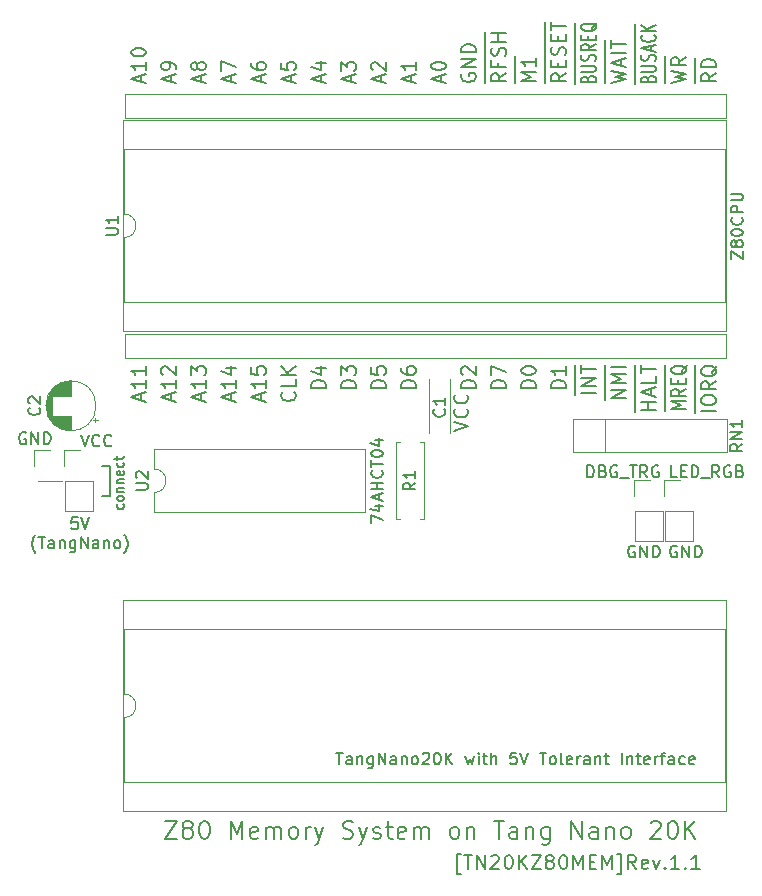
<source format=gbr>
%TF.GenerationSoftware,KiCad,Pcbnew,7.0.2*%
%TF.CreationDate,2023-06-26T15:47:55+09:00*%
%TF.ProjectId,TangNanoZ80MEM,54616e67-4e61-46e6-9f5a-38304d454d2e,rev?*%
%TF.SameCoordinates,Original*%
%TF.FileFunction,Legend,Top*%
%TF.FilePolarity,Positive*%
%FSLAX46Y46*%
G04 Gerber Fmt 4.6, Leading zero omitted, Abs format (unit mm)*
G04 Created by KiCad (PCBNEW 7.0.2) date 2023-06-26 15:47:55*
%MOMM*%
%LPD*%
G01*
G04 APERTURE LIST*
%ADD10C,0.200000*%
%ADD11C,0.150000*%
%ADD12C,0.120000*%
%ADD13C,0.100000*%
G04 APERTURE END LIST*
D10*
X10160000Y-40640000D02*
X9525000Y-40640000D01*
X9525000Y-38100000D02*
X10160000Y-38100000D01*
X10160000Y-38100000D02*
X10160000Y-40640000D01*
D11*
X28085285Y-5613428D02*
X28085285Y-5042000D01*
X28428142Y-5727714D02*
X27228142Y-5327714D01*
X27228142Y-5327714D02*
X28428142Y-4927714D01*
X27628142Y-4013429D02*
X28428142Y-4013429D01*
X27171000Y-4299143D02*
X28028142Y-4584857D01*
X28028142Y-4584857D02*
X28028142Y-3842000D01*
X36048142Y-31521142D02*
X34848142Y-31521142D01*
X34848142Y-31521142D02*
X34848142Y-31235428D01*
X34848142Y-31235428D02*
X34905285Y-31063999D01*
X34905285Y-31063999D02*
X35019571Y-30949714D01*
X35019571Y-30949714D02*
X35133857Y-30892571D01*
X35133857Y-30892571D02*
X35362428Y-30835428D01*
X35362428Y-30835428D02*
X35533857Y-30835428D01*
X35533857Y-30835428D02*
X35762428Y-30892571D01*
X35762428Y-30892571D02*
X35876714Y-30949714D01*
X35876714Y-30949714D02*
X35991000Y-31063999D01*
X35991000Y-31063999D02*
X36048142Y-31235428D01*
X36048142Y-31235428D02*
X36048142Y-31521142D01*
X34848142Y-29806857D02*
X34848142Y-30035428D01*
X34848142Y-30035428D02*
X34905285Y-30149714D01*
X34905285Y-30149714D02*
X34962428Y-30206857D01*
X34962428Y-30206857D02*
X35133857Y-30321142D01*
X35133857Y-30321142D02*
X35362428Y-30378285D01*
X35362428Y-30378285D02*
X35819571Y-30378285D01*
X35819571Y-30378285D02*
X35933857Y-30321142D01*
X35933857Y-30321142D02*
X35991000Y-30263999D01*
X35991000Y-30263999D02*
X36048142Y-30149714D01*
X36048142Y-30149714D02*
X36048142Y-29921142D01*
X36048142Y-29921142D02*
X35991000Y-29806857D01*
X35991000Y-29806857D02*
X35933857Y-29749714D01*
X35933857Y-29749714D02*
X35819571Y-29692571D01*
X35819571Y-29692571D02*
X35533857Y-29692571D01*
X35533857Y-29692571D02*
X35419571Y-29749714D01*
X35419571Y-29749714D02*
X35362428Y-29806857D01*
X35362428Y-29806857D02*
X35305285Y-29921142D01*
X35305285Y-29921142D02*
X35305285Y-30149714D01*
X35305285Y-30149714D02*
X35362428Y-30263999D01*
X35362428Y-30263999D02*
X35419571Y-30321142D01*
X35419571Y-30321142D02*
X35533857Y-30378285D01*
X28428142Y-31521142D02*
X27228142Y-31521142D01*
X27228142Y-31521142D02*
X27228142Y-31235428D01*
X27228142Y-31235428D02*
X27285285Y-31063999D01*
X27285285Y-31063999D02*
X27399571Y-30949714D01*
X27399571Y-30949714D02*
X27513857Y-30892571D01*
X27513857Y-30892571D02*
X27742428Y-30835428D01*
X27742428Y-30835428D02*
X27913857Y-30835428D01*
X27913857Y-30835428D02*
X28142428Y-30892571D01*
X28142428Y-30892571D02*
X28256714Y-30949714D01*
X28256714Y-30949714D02*
X28371000Y-31063999D01*
X28371000Y-31063999D02*
X28428142Y-31235428D01*
X28428142Y-31235428D02*
X28428142Y-31521142D01*
X27628142Y-29806857D02*
X28428142Y-29806857D01*
X27171000Y-30092571D02*
X28028142Y-30378285D01*
X28028142Y-30378285D02*
X28028142Y-29635428D01*
X41128142Y-31521142D02*
X39928142Y-31521142D01*
X39928142Y-31521142D02*
X39928142Y-31235428D01*
X39928142Y-31235428D02*
X39985285Y-31063999D01*
X39985285Y-31063999D02*
X40099571Y-30949714D01*
X40099571Y-30949714D02*
X40213857Y-30892571D01*
X40213857Y-30892571D02*
X40442428Y-30835428D01*
X40442428Y-30835428D02*
X40613857Y-30835428D01*
X40613857Y-30835428D02*
X40842428Y-30892571D01*
X40842428Y-30892571D02*
X40956714Y-30949714D01*
X40956714Y-30949714D02*
X41071000Y-31063999D01*
X41071000Y-31063999D02*
X41128142Y-31235428D01*
X41128142Y-31235428D02*
X41128142Y-31521142D01*
X40042428Y-30378285D02*
X39985285Y-30321142D01*
X39985285Y-30321142D02*
X39928142Y-30206857D01*
X39928142Y-30206857D02*
X39928142Y-29921142D01*
X39928142Y-29921142D02*
X39985285Y-29806857D01*
X39985285Y-29806857D02*
X40042428Y-29749714D01*
X40042428Y-29749714D02*
X40156714Y-29692571D01*
X40156714Y-29692571D02*
X40271000Y-29692571D01*
X40271000Y-29692571D02*
X40442428Y-29749714D01*
X40442428Y-29749714D02*
X41128142Y-30435428D01*
X41128142Y-30435428D02*
X41128142Y-29692571D01*
X30968142Y-31521142D02*
X29768142Y-31521142D01*
X29768142Y-31521142D02*
X29768142Y-31235428D01*
X29768142Y-31235428D02*
X29825285Y-31063999D01*
X29825285Y-31063999D02*
X29939571Y-30949714D01*
X29939571Y-30949714D02*
X30053857Y-30892571D01*
X30053857Y-30892571D02*
X30282428Y-30835428D01*
X30282428Y-30835428D02*
X30453857Y-30835428D01*
X30453857Y-30835428D02*
X30682428Y-30892571D01*
X30682428Y-30892571D02*
X30796714Y-30949714D01*
X30796714Y-30949714D02*
X30911000Y-31063999D01*
X30911000Y-31063999D02*
X30968142Y-31235428D01*
X30968142Y-31235428D02*
X30968142Y-31521142D01*
X29768142Y-30435428D02*
X29768142Y-29692571D01*
X29768142Y-29692571D02*
X30225285Y-30092571D01*
X30225285Y-30092571D02*
X30225285Y-29921142D01*
X30225285Y-29921142D02*
X30282428Y-29806857D01*
X30282428Y-29806857D02*
X30339571Y-29749714D01*
X30339571Y-29749714D02*
X30453857Y-29692571D01*
X30453857Y-29692571D02*
X30739571Y-29692571D01*
X30739571Y-29692571D02*
X30853857Y-29749714D01*
X30853857Y-29749714D02*
X30911000Y-29806857D01*
X30911000Y-29806857D02*
X30968142Y-29921142D01*
X30968142Y-29921142D02*
X30968142Y-30263999D01*
X30968142Y-30263999D02*
X30911000Y-30378285D01*
X30911000Y-30378285D02*
X30853857Y-30435428D01*
X23005285Y-32549713D02*
X23005285Y-31978285D01*
X23348142Y-32663999D02*
X22148142Y-32263999D01*
X22148142Y-32263999D02*
X23348142Y-31863999D01*
X23348142Y-30835428D02*
X23348142Y-31521142D01*
X23348142Y-31178285D02*
X22148142Y-31178285D01*
X22148142Y-31178285D02*
X22319571Y-31292571D01*
X22319571Y-31292571D02*
X22433857Y-31406856D01*
X22433857Y-31406856D02*
X22491000Y-31521142D01*
X22148142Y-29749714D02*
X22148142Y-30321142D01*
X22148142Y-30321142D02*
X22719571Y-30378285D01*
X22719571Y-30378285D02*
X22662428Y-30321142D01*
X22662428Y-30321142D02*
X22605285Y-30206857D01*
X22605285Y-30206857D02*
X22605285Y-29921142D01*
X22605285Y-29921142D02*
X22662428Y-29806857D01*
X22662428Y-29806857D02*
X22719571Y-29749714D01*
X22719571Y-29749714D02*
X22833857Y-29692571D01*
X22833857Y-29692571D02*
X23119571Y-29692571D01*
X23119571Y-29692571D02*
X23233857Y-29749714D01*
X23233857Y-29749714D02*
X23291000Y-29806857D01*
X23291000Y-29806857D02*
X23348142Y-29921142D01*
X23348142Y-29921142D02*
X23348142Y-30206857D01*
X23348142Y-30206857D02*
X23291000Y-30321142D01*
X23291000Y-30321142D02*
X23233857Y-30378285D01*
X7715238Y-35453619D02*
X8048571Y-36453619D01*
X8048571Y-36453619D02*
X8381904Y-35453619D01*
X9286666Y-36358380D02*
X9239047Y-36406000D01*
X9239047Y-36406000D02*
X9096190Y-36453619D01*
X9096190Y-36453619D02*
X9000952Y-36453619D01*
X9000952Y-36453619D02*
X8858095Y-36406000D01*
X8858095Y-36406000D02*
X8762857Y-36310761D01*
X8762857Y-36310761D02*
X8715238Y-36215523D01*
X8715238Y-36215523D02*
X8667619Y-36025047D01*
X8667619Y-36025047D02*
X8667619Y-35882190D01*
X8667619Y-35882190D02*
X8715238Y-35691714D01*
X8715238Y-35691714D02*
X8762857Y-35596476D01*
X8762857Y-35596476D02*
X8858095Y-35501238D01*
X8858095Y-35501238D02*
X9000952Y-35453619D01*
X9000952Y-35453619D02*
X9096190Y-35453619D01*
X9096190Y-35453619D02*
X9239047Y-35501238D01*
X9239047Y-35501238D02*
X9286666Y-35548857D01*
X10286666Y-36358380D02*
X10239047Y-36406000D01*
X10239047Y-36406000D02*
X10096190Y-36453619D01*
X10096190Y-36453619D02*
X10000952Y-36453619D01*
X10000952Y-36453619D02*
X9858095Y-36406000D01*
X9858095Y-36406000D02*
X9762857Y-36310761D01*
X9762857Y-36310761D02*
X9715238Y-36215523D01*
X9715238Y-36215523D02*
X9667619Y-36025047D01*
X9667619Y-36025047D02*
X9667619Y-35882190D01*
X9667619Y-35882190D02*
X9715238Y-35691714D01*
X9715238Y-35691714D02*
X9762857Y-35596476D01*
X9762857Y-35596476D02*
X9858095Y-35501238D01*
X9858095Y-35501238D02*
X10000952Y-35453619D01*
X10000952Y-35453619D02*
X10096190Y-35453619D01*
X10096190Y-35453619D02*
X10239047Y-35501238D01*
X10239047Y-35501238D02*
X10286666Y-35548857D01*
X39867856Y-72643142D02*
X39582142Y-72643142D01*
X39582142Y-72643142D02*
X39582142Y-70928857D01*
X39582142Y-70928857D02*
X39867856Y-70928857D01*
X40153570Y-71043142D02*
X40839285Y-71043142D01*
X40496427Y-72243142D02*
X40496427Y-71043142D01*
X41239285Y-72243142D02*
X41239285Y-71043142D01*
X41239285Y-71043142D02*
X41924999Y-72243142D01*
X41924999Y-72243142D02*
X41924999Y-71043142D01*
X42439285Y-71157428D02*
X42496428Y-71100285D01*
X42496428Y-71100285D02*
X42610714Y-71043142D01*
X42610714Y-71043142D02*
X42896428Y-71043142D01*
X42896428Y-71043142D02*
X43010714Y-71100285D01*
X43010714Y-71100285D02*
X43067856Y-71157428D01*
X43067856Y-71157428D02*
X43124999Y-71271714D01*
X43124999Y-71271714D02*
X43124999Y-71386000D01*
X43124999Y-71386000D02*
X43067856Y-71557428D01*
X43067856Y-71557428D02*
X42382142Y-72243142D01*
X42382142Y-72243142D02*
X43124999Y-72243142D01*
X43867856Y-71043142D02*
X43982142Y-71043142D01*
X43982142Y-71043142D02*
X44096428Y-71100285D01*
X44096428Y-71100285D02*
X44153571Y-71157428D01*
X44153571Y-71157428D02*
X44210713Y-71271714D01*
X44210713Y-71271714D02*
X44267856Y-71500285D01*
X44267856Y-71500285D02*
X44267856Y-71786000D01*
X44267856Y-71786000D02*
X44210713Y-72014571D01*
X44210713Y-72014571D02*
X44153571Y-72128857D01*
X44153571Y-72128857D02*
X44096428Y-72186000D01*
X44096428Y-72186000D02*
X43982142Y-72243142D01*
X43982142Y-72243142D02*
X43867856Y-72243142D01*
X43867856Y-72243142D02*
X43753571Y-72186000D01*
X43753571Y-72186000D02*
X43696428Y-72128857D01*
X43696428Y-72128857D02*
X43639285Y-72014571D01*
X43639285Y-72014571D02*
X43582142Y-71786000D01*
X43582142Y-71786000D02*
X43582142Y-71500285D01*
X43582142Y-71500285D02*
X43639285Y-71271714D01*
X43639285Y-71271714D02*
X43696428Y-71157428D01*
X43696428Y-71157428D02*
X43753571Y-71100285D01*
X43753571Y-71100285D02*
X43867856Y-71043142D01*
X44782142Y-72243142D02*
X44782142Y-71043142D01*
X45467856Y-72243142D02*
X44953570Y-71557428D01*
X45467856Y-71043142D02*
X44782142Y-71728857D01*
X45867856Y-71043142D02*
X46667856Y-71043142D01*
X46667856Y-71043142D02*
X45867856Y-72243142D01*
X45867856Y-72243142D02*
X46667856Y-72243142D01*
X47296427Y-71557428D02*
X47182142Y-71500285D01*
X47182142Y-71500285D02*
X47124999Y-71443142D01*
X47124999Y-71443142D02*
X47067856Y-71328857D01*
X47067856Y-71328857D02*
X47067856Y-71271714D01*
X47067856Y-71271714D02*
X47124999Y-71157428D01*
X47124999Y-71157428D02*
X47182142Y-71100285D01*
X47182142Y-71100285D02*
X47296427Y-71043142D01*
X47296427Y-71043142D02*
X47524999Y-71043142D01*
X47524999Y-71043142D02*
X47639285Y-71100285D01*
X47639285Y-71100285D02*
X47696427Y-71157428D01*
X47696427Y-71157428D02*
X47753570Y-71271714D01*
X47753570Y-71271714D02*
X47753570Y-71328857D01*
X47753570Y-71328857D02*
X47696427Y-71443142D01*
X47696427Y-71443142D02*
X47639285Y-71500285D01*
X47639285Y-71500285D02*
X47524999Y-71557428D01*
X47524999Y-71557428D02*
X47296427Y-71557428D01*
X47296427Y-71557428D02*
X47182142Y-71614571D01*
X47182142Y-71614571D02*
X47124999Y-71671714D01*
X47124999Y-71671714D02*
X47067856Y-71786000D01*
X47067856Y-71786000D02*
X47067856Y-72014571D01*
X47067856Y-72014571D02*
X47124999Y-72128857D01*
X47124999Y-72128857D02*
X47182142Y-72186000D01*
X47182142Y-72186000D02*
X47296427Y-72243142D01*
X47296427Y-72243142D02*
X47524999Y-72243142D01*
X47524999Y-72243142D02*
X47639285Y-72186000D01*
X47639285Y-72186000D02*
X47696427Y-72128857D01*
X47696427Y-72128857D02*
X47753570Y-72014571D01*
X47753570Y-72014571D02*
X47753570Y-71786000D01*
X47753570Y-71786000D02*
X47696427Y-71671714D01*
X47696427Y-71671714D02*
X47639285Y-71614571D01*
X47639285Y-71614571D02*
X47524999Y-71557428D01*
X48496427Y-71043142D02*
X48610713Y-71043142D01*
X48610713Y-71043142D02*
X48724999Y-71100285D01*
X48724999Y-71100285D02*
X48782142Y-71157428D01*
X48782142Y-71157428D02*
X48839284Y-71271714D01*
X48839284Y-71271714D02*
X48896427Y-71500285D01*
X48896427Y-71500285D02*
X48896427Y-71786000D01*
X48896427Y-71786000D02*
X48839284Y-72014571D01*
X48839284Y-72014571D02*
X48782142Y-72128857D01*
X48782142Y-72128857D02*
X48724999Y-72186000D01*
X48724999Y-72186000D02*
X48610713Y-72243142D01*
X48610713Y-72243142D02*
X48496427Y-72243142D01*
X48496427Y-72243142D02*
X48382142Y-72186000D01*
X48382142Y-72186000D02*
X48324999Y-72128857D01*
X48324999Y-72128857D02*
X48267856Y-72014571D01*
X48267856Y-72014571D02*
X48210713Y-71786000D01*
X48210713Y-71786000D02*
X48210713Y-71500285D01*
X48210713Y-71500285D02*
X48267856Y-71271714D01*
X48267856Y-71271714D02*
X48324999Y-71157428D01*
X48324999Y-71157428D02*
X48382142Y-71100285D01*
X48382142Y-71100285D02*
X48496427Y-71043142D01*
X49410713Y-72243142D02*
X49410713Y-71043142D01*
X49410713Y-71043142D02*
X49810713Y-71900285D01*
X49810713Y-71900285D02*
X50210713Y-71043142D01*
X50210713Y-71043142D02*
X50210713Y-72243142D01*
X50782142Y-71614571D02*
X51182142Y-71614571D01*
X51353570Y-72243142D02*
X50782142Y-72243142D01*
X50782142Y-72243142D02*
X50782142Y-71043142D01*
X50782142Y-71043142D02*
X51353570Y-71043142D01*
X51867856Y-72243142D02*
X51867856Y-71043142D01*
X51867856Y-71043142D02*
X52267856Y-71900285D01*
X52267856Y-71900285D02*
X52667856Y-71043142D01*
X52667856Y-71043142D02*
X52667856Y-72243142D01*
X53124999Y-72643142D02*
X53410713Y-72643142D01*
X53410713Y-72643142D02*
X53410713Y-70928857D01*
X53410713Y-70928857D02*
X53124999Y-70928857D01*
X54724999Y-72243142D02*
X54324999Y-71671714D01*
X54039285Y-72243142D02*
X54039285Y-71043142D01*
X54039285Y-71043142D02*
X54496428Y-71043142D01*
X54496428Y-71043142D02*
X54610713Y-71100285D01*
X54610713Y-71100285D02*
X54667856Y-71157428D01*
X54667856Y-71157428D02*
X54724999Y-71271714D01*
X54724999Y-71271714D02*
X54724999Y-71443142D01*
X54724999Y-71443142D02*
X54667856Y-71557428D01*
X54667856Y-71557428D02*
X54610713Y-71614571D01*
X54610713Y-71614571D02*
X54496428Y-71671714D01*
X54496428Y-71671714D02*
X54039285Y-71671714D01*
X55696428Y-72186000D02*
X55582142Y-72243142D01*
X55582142Y-72243142D02*
X55353571Y-72243142D01*
X55353571Y-72243142D02*
X55239285Y-72186000D01*
X55239285Y-72186000D02*
X55182142Y-72071714D01*
X55182142Y-72071714D02*
X55182142Y-71614571D01*
X55182142Y-71614571D02*
X55239285Y-71500285D01*
X55239285Y-71500285D02*
X55353571Y-71443142D01*
X55353571Y-71443142D02*
X55582142Y-71443142D01*
X55582142Y-71443142D02*
X55696428Y-71500285D01*
X55696428Y-71500285D02*
X55753571Y-71614571D01*
X55753571Y-71614571D02*
X55753571Y-71728857D01*
X55753571Y-71728857D02*
X55182142Y-71843142D01*
X56153570Y-71443142D02*
X56439284Y-72243142D01*
X56439284Y-72243142D02*
X56724999Y-71443142D01*
X57182142Y-72128857D02*
X57239285Y-72186000D01*
X57239285Y-72186000D02*
X57182142Y-72243142D01*
X57182142Y-72243142D02*
X57124999Y-72186000D01*
X57124999Y-72186000D02*
X57182142Y-72128857D01*
X57182142Y-72128857D02*
X57182142Y-72243142D01*
X58382142Y-72243142D02*
X57696428Y-72243142D01*
X58039285Y-72243142D02*
X58039285Y-71043142D01*
X58039285Y-71043142D02*
X57924999Y-71214571D01*
X57924999Y-71214571D02*
X57810714Y-71328857D01*
X57810714Y-71328857D02*
X57696428Y-71386000D01*
X58896428Y-72128857D02*
X58953571Y-72186000D01*
X58953571Y-72186000D02*
X58896428Y-72243142D01*
X58896428Y-72243142D02*
X58839285Y-72186000D01*
X58839285Y-72186000D02*
X58896428Y-72128857D01*
X58896428Y-72128857D02*
X58896428Y-72243142D01*
X60096428Y-72243142D02*
X59410714Y-72243142D01*
X59753571Y-72243142D02*
X59753571Y-71043142D01*
X59753571Y-71043142D02*
X59639285Y-71214571D01*
X59639285Y-71214571D02*
X59525000Y-71328857D01*
X59525000Y-71328857D02*
X59410714Y-71386000D01*
X56368142Y-33349714D02*
X55168142Y-33349714D01*
X55739571Y-33349714D02*
X55739571Y-32664000D01*
X56368142Y-32664000D02*
X55168142Y-32664000D01*
X56025285Y-32149714D02*
X56025285Y-31578286D01*
X56368142Y-32264000D02*
X55168142Y-31864000D01*
X55168142Y-31864000D02*
X56368142Y-31464000D01*
X56368142Y-30492572D02*
X56368142Y-31064000D01*
X56368142Y-31064000D02*
X55168142Y-31064000D01*
X55168142Y-30264000D02*
X55168142Y-29578286D01*
X56368142Y-29921143D02*
X55168142Y-29921143D01*
X54631000Y-33515429D02*
X54631000Y-29584000D01*
X15385285Y-32549713D02*
X15385285Y-31978285D01*
X15728142Y-32663999D02*
X14528142Y-32263999D01*
X14528142Y-32263999D02*
X15728142Y-31863999D01*
X15728142Y-30835428D02*
X15728142Y-31521142D01*
X15728142Y-31178285D02*
X14528142Y-31178285D01*
X14528142Y-31178285D02*
X14699571Y-31292571D01*
X14699571Y-31292571D02*
X14813857Y-31406856D01*
X14813857Y-31406856D02*
X14871000Y-31521142D01*
X14642428Y-30378285D02*
X14585285Y-30321142D01*
X14585285Y-30321142D02*
X14528142Y-30206857D01*
X14528142Y-30206857D02*
X14528142Y-29921142D01*
X14528142Y-29921142D02*
X14585285Y-29806857D01*
X14585285Y-29806857D02*
X14642428Y-29749714D01*
X14642428Y-29749714D02*
X14756714Y-29692571D01*
X14756714Y-29692571D02*
X14871000Y-29692571D01*
X14871000Y-29692571D02*
X15042428Y-29749714D01*
X15042428Y-29749714D02*
X15728142Y-30435428D01*
X15728142Y-30435428D02*
X15728142Y-29692571D01*
X52628142Y-5670571D02*
X53828142Y-5384857D01*
X53828142Y-5384857D02*
X52971000Y-5156285D01*
X52971000Y-5156285D02*
X53828142Y-4927714D01*
X53828142Y-4927714D02*
X52628142Y-4642000D01*
X53485285Y-4241999D02*
X53485285Y-3670571D01*
X53828142Y-4356285D02*
X52628142Y-3956285D01*
X52628142Y-3956285D02*
X53828142Y-3556285D01*
X53828142Y-3156285D02*
X52628142Y-3156285D01*
X52628142Y-2756285D02*
X52628142Y-2070571D01*
X53828142Y-2413428D02*
X52628142Y-2413428D01*
X52091000Y-5722000D02*
X52091000Y-2076285D01*
X39985285Y-4927714D02*
X39928142Y-5042000D01*
X39928142Y-5042000D02*
X39928142Y-5213428D01*
X39928142Y-5213428D02*
X39985285Y-5384857D01*
X39985285Y-5384857D02*
X40099571Y-5499142D01*
X40099571Y-5499142D02*
X40213857Y-5556285D01*
X40213857Y-5556285D02*
X40442428Y-5613428D01*
X40442428Y-5613428D02*
X40613857Y-5613428D01*
X40613857Y-5613428D02*
X40842428Y-5556285D01*
X40842428Y-5556285D02*
X40956714Y-5499142D01*
X40956714Y-5499142D02*
X41071000Y-5384857D01*
X41071000Y-5384857D02*
X41128142Y-5213428D01*
X41128142Y-5213428D02*
X41128142Y-5099142D01*
X41128142Y-5099142D02*
X41071000Y-4927714D01*
X41071000Y-4927714D02*
X41013857Y-4870571D01*
X41013857Y-4870571D02*
X40613857Y-4870571D01*
X40613857Y-4870571D02*
X40613857Y-5099142D01*
X41128142Y-4356285D02*
X39928142Y-4356285D01*
X39928142Y-4356285D02*
X41128142Y-3670571D01*
X41128142Y-3670571D02*
X39928142Y-3670571D01*
X41128142Y-3099142D02*
X39928142Y-3099142D01*
X39928142Y-3099142D02*
X39928142Y-2813428D01*
X39928142Y-2813428D02*
X39985285Y-2641999D01*
X39985285Y-2641999D02*
X40099571Y-2527714D01*
X40099571Y-2527714D02*
X40213857Y-2470571D01*
X40213857Y-2470571D02*
X40442428Y-2413428D01*
X40442428Y-2413428D02*
X40613857Y-2413428D01*
X40613857Y-2413428D02*
X40842428Y-2470571D01*
X40842428Y-2470571D02*
X40956714Y-2527714D01*
X40956714Y-2527714D02*
X41071000Y-2641999D01*
X41071000Y-2641999D02*
X41128142Y-2813428D01*
X41128142Y-2813428D02*
X41128142Y-3099142D01*
X39293142Y-35151285D02*
X40493142Y-34751285D01*
X40493142Y-34751285D02*
X39293142Y-34351285D01*
X40378857Y-33265571D02*
X40436000Y-33322714D01*
X40436000Y-33322714D02*
X40493142Y-33494142D01*
X40493142Y-33494142D02*
X40493142Y-33608428D01*
X40493142Y-33608428D02*
X40436000Y-33779857D01*
X40436000Y-33779857D02*
X40321714Y-33894142D01*
X40321714Y-33894142D02*
X40207428Y-33951285D01*
X40207428Y-33951285D02*
X39978857Y-34008428D01*
X39978857Y-34008428D02*
X39807428Y-34008428D01*
X39807428Y-34008428D02*
X39578857Y-33951285D01*
X39578857Y-33951285D02*
X39464571Y-33894142D01*
X39464571Y-33894142D02*
X39350285Y-33779857D01*
X39350285Y-33779857D02*
X39293142Y-33608428D01*
X39293142Y-33608428D02*
X39293142Y-33494142D01*
X39293142Y-33494142D02*
X39350285Y-33322714D01*
X39350285Y-33322714D02*
X39407428Y-33265571D01*
X40378857Y-32065571D02*
X40436000Y-32122714D01*
X40436000Y-32122714D02*
X40493142Y-32294142D01*
X40493142Y-32294142D02*
X40493142Y-32408428D01*
X40493142Y-32408428D02*
X40436000Y-32579857D01*
X40436000Y-32579857D02*
X40321714Y-32694142D01*
X40321714Y-32694142D02*
X40207428Y-32751285D01*
X40207428Y-32751285D02*
X39978857Y-32808428D01*
X39978857Y-32808428D02*
X39807428Y-32808428D01*
X39807428Y-32808428D02*
X39578857Y-32751285D01*
X39578857Y-32751285D02*
X39464571Y-32694142D01*
X39464571Y-32694142D02*
X39350285Y-32579857D01*
X39350285Y-32579857D02*
X39293142Y-32408428D01*
X39293142Y-32408428D02*
X39293142Y-32294142D01*
X39293142Y-32294142D02*
X39350285Y-32122714D01*
X39350285Y-32122714D02*
X39407428Y-32065571D01*
X12845285Y-5613428D02*
X12845285Y-5042000D01*
X13188142Y-5727714D02*
X11988142Y-5327714D01*
X11988142Y-5327714D02*
X13188142Y-4927714D01*
X13188142Y-3899143D02*
X13188142Y-4584857D01*
X13188142Y-4242000D02*
X11988142Y-4242000D01*
X11988142Y-4242000D02*
X12159571Y-4356286D01*
X12159571Y-4356286D02*
X12273857Y-4470571D01*
X12273857Y-4470571D02*
X12331000Y-4584857D01*
X11988142Y-3156286D02*
X11988142Y-3042000D01*
X11988142Y-3042000D02*
X12045285Y-2927714D01*
X12045285Y-2927714D02*
X12102428Y-2870572D01*
X12102428Y-2870572D02*
X12216714Y-2813429D01*
X12216714Y-2813429D02*
X12445285Y-2756286D01*
X12445285Y-2756286D02*
X12731000Y-2756286D01*
X12731000Y-2756286D02*
X12959571Y-2813429D01*
X12959571Y-2813429D02*
X13073857Y-2870572D01*
X13073857Y-2870572D02*
X13131000Y-2927714D01*
X13131000Y-2927714D02*
X13188142Y-3042000D01*
X13188142Y-3042000D02*
X13188142Y-3156286D01*
X13188142Y-3156286D02*
X13131000Y-3270572D01*
X13131000Y-3270572D02*
X13073857Y-3327714D01*
X13073857Y-3327714D02*
X12959571Y-3384857D01*
X12959571Y-3384857D02*
X12731000Y-3442000D01*
X12731000Y-3442000D02*
X12445285Y-3442000D01*
X12445285Y-3442000D02*
X12216714Y-3384857D01*
X12216714Y-3384857D02*
X12102428Y-3327714D01*
X12102428Y-3327714D02*
X12045285Y-3270572D01*
X12045285Y-3270572D02*
X11988142Y-3156286D01*
X20465285Y-5613428D02*
X20465285Y-5042000D01*
X20808142Y-5727714D02*
X19608142Y-5327714D01*
X19608142Y-5327714D02*
X20808142Y-4927714D01*
X19608142Y-4642000D02*
X19608142Y-3842000D01*
X19608142Y-3842000D02*
X20808142Y-4356286D01*
X23005285Y-5613428D02*
X23005285Y-5042000D01*
X23348142Y-5727714D02*
X22148142Y-5327714D01*
X22148142Y-5327714D02*
X23348142Y-4927714D01*
X22148142Y-4013429D02*
X22148142Y-4242000D01*
X22148142Y-4242000D02*
X22205285Y-4356286D01*
X22205285Y-4356286D02*
X22262428Y-4413429D01*
X22262428Y-4413429D02*
X22433857Y-4527714D01*
X22433857Y-4527714D02*
X22662428Y-4584857D01*
X22662428Y-4584857D02*
X23119571Y-4584857D01*
X23119571Y-4584857D02*
X23233857Y-4527714D01*
X23233857Y-4527714D02*
X23291000Y-4470571D01*
X23291000Y-4470571D02*
X23348142Y-4356286D01*
X23348142Y-4356286D02*
X23348142Y-4127714D01*
X23348142Y-4127714D02*
X23291000Y-4013429D01*
X23291000Y-4013429D02*
X23233857Y-3956286D01*
X23233857Y-3956286D02*
X23119571Y-3899143D01*
X23119571Y-3899143D02*
X22833857Y-3899143D01*
X22833857Y-3899143D02*
X22719571Y-3956286D01*
X22719571Y-3956286D02*
X22662428Y-4013429D01*
X22662428Y-4013429D02*
X22605285Y-4127714D01*
X22605285Y-4127714D02*
X22605285Y-4356286D01*
X22605285Y-4356286D02*
X22662428Y-4470571D01*
X22662428Y-4470571D02*
X22719571Y-4527714D01*
X22719571Y-4527714D02*
X22833857Y-4584857D01*
X25773857Y-31864000D02*
X25831000Y-31921143D01*
X25831000Y-31921143D02*
X25888142Y-32092571D01*
X25888142Y-32092571D02*
X25888142Y-32206857D01*
X25888142Y-32206857D02*
X25831000Y-32378286D01*
X25831000Y-32378286D02*
X25716714Y-32492571D01*
X25716714Y-32492571D02*
X25602428Y-32549714D01*
X25602428Y-32549714D02*
X25373857Y-32606857D01*
X25373857Y-32606857D02*
X25202428Y-32606857D01*
X25202428Y-32606857D02*
X24973857Y-32549714D01*
X24973857Y-32549714D02*
X24859571Y-32492571D01*
X24859571Y-32492571D02*
X24745285Y-32378286D01*
X24745285Y-32378286D02*
X24688142Y-32206857D01*
X24688142Y-32206857D02*
X24688142Y-32092571D01*
X24688142Y-32092571D02*
X24745285Y-31921143D01*
X24745285Y-31921143D02*
X24802428Y-31864000D01*
X25888142Y-30778286D02*
X25888142Y-31349714D01*
X25888142Y-31349714D02*
X24688142Y-31349714D01*
X25888142Y-30378285D02*
X24688142Y-30378285D01*
X25888142Y-29692571D02*
X25202428Y-30206857D01*
X24688142Y-29692571D02*
X25373857Y-30378285D01*
X17925285Y-32549713D02*
X17925285Y-31978285D01*
X18268142Y-32663999D02*
X17068142Y-32263999D01*
X17068142Y-32263999D02*
X18268142Y-31863999D01*
X18268142Y-30835428D02*
X18268142Y-31521142D01*
X18268142Y-31178285D02*
X17068142Y-31178285D01*
X17068142Y-31178285D02*
X17239571Y-31292571D01*
X17239571Y-31292571D02*
X17353857Y-31406856D01*
X17353857Y-31406856D02*
X17411000Y-31521142D01*
X17068142Y-30435428D02*
X17068142Y-29692571D01*
X17068142Y-29692571D02*
X17525285Y-30092571D01*
X17525285Y-30092571D02*
X17525285Y-29921142D01*
X17525285Y-29921142D02*
X17582428Y-29806857D01*
X17582428Y-29806857D02*
X17639571Y-29749714D01*
X17639571Y-29749714D02*
X17753857Y-29692571D01*
X17753857Y-29692571D02*
X18039571Y-29692571D01*
X18039571Y-29692571D02*
X18153857Y-29749714D01*
X18153857Y-29749714D02*
X18211000Y-29806857D01*
X18211000Y-29806857D02*
X18268142Y-29921142D01*
X18268142Y-29921142D02*
X18268142Y-30263999D01*
X18268142Y-30263999D02*
X18211000Y-30378285D01*
X18211000Y-30378285D02*
X18153857Y-30435428D01*
X61448142Y-4870571D02*
X60876714Y-5270571D01*
X61448142Y-5556285D02*
X60248142Y-5556285D01*
X60248142Y-5556285D02*
X60248142Y-5099142D01*
X60248142Y-5099142D02*
X60305285Y-4984857D01*
X60305285Y-4984857D02*
X60362428Y-4927714D01*
X60362428Y-4927714D02*
X60476714Y-4870571D01*
X60476714Y-4870571D02*
X60648142Y-4870571D01*
X60648142Y-4870571D02*
X60762428Y-4927714D01*
X60762428Y-4927714D02*
X60819571Y-4984857D01*
X60819571Y-4984857D02*
X60876714Y-5099142D01*
X60876714Y-5099142D02*
X60876714Y-5556285D01*
X61448142Y-4356285D02*
X60248142Y-4356285D01*
X60248142Y-4356285D02*
X60248142Y-4070571D01*
X60248142Y-4070571D02*
X60305285Y-3899142D01*
X60305285Y-3899142D02*
X60419571Y-3784857D01*
X60419571Y-3784857D02*
X60533857Y-3727714D01*
X60533857Y-3727714D02*
X60762428Y-3670571D01*
X60762428Y-3670571D02*
X60933857Y-3670571D01*
X60933857Y-3670571D02*
X61162428Y-3727714D01*
X61162428Y-3727714D02*
X61276714Y-3784857D01*
X61276714Y-3784857D02*
X61391000Y-3899142D01*
X61391000Y-3899142D02*
X61448142Y-4070571D01*
X61448142Y-4070571D02*
X61448142Y-4356285D01*
X59711000Y-5722000D02*
X59711000Y-3562000D01*
X51288142Y-31921143D02*
X50088142Y-31921143D01*
X51288142Y-31349714D02*
X50088142Y-31349714D01*
X50088142Y-31349714D02*
X51288142Y-30664000D01*
X51288142Y-30664000D02*
X50088142Y-30664000D01*
X50088142Y-30264000D02*
X50088142Y-29578286D01*
X51288142Y-29921143D02*
X50088142Y-29921143D01*
X49551000Y-32086858D02*
X49551000Y-29584000D01*
X15385285Y-5613428D02*
X15385285Y-5042000D01*
X15728142Y-5727714D02*
X14528142Y-5327714D01*
X14528142Y-5327714D02*
X15728142Y-4927714D01*
X15728142Y-4470571D02*
X15728142Y-4242000D01*
X15728142Y-4242000D02*
X15671000Y-4127714D01*
X15671000Y-4127714D02*
X15613857Y-4070571D01*
X15613857Y-4070571D02*
X15442428Y-3956286D01*
X15442428Y-3956286D02*
X15213857Y-3899143D01*
X15213857Y-3899143D02*
X14756714Y-3899143D01*
X14756714Y-3899143D02*
X14642428Y-3956286D01*
X14642428Y-3956286D02*
X14585285Y-4013429D01*
X14585285Y-4013429D02*
X14528142Y-4127714D01*
X14528142Y-4127714D02*
X14528142Y-4356286D01*
X14528142Y-4356286D02*
X14585285Y-4470571D01*
X14585285Y-4470571D02*
X14642428Y-4527714D01*
X14642428Y-4527714D02*
X14756714Y-4584857D01*
X14756714Y-4584857D02*
X15042428Y-4584857D01*
X15042428Y-4584857D02*
X15156714Y-4527714D01*
X15156714Y-4527714D02*
X15213857Y-4470571D01*
X15213857Y-4470571D02*
X15271000Y-4356286D01*
X15271000Y-4356286D02*
X15271000Y-4127714D01*
X15271000Y-4127714D02*
X15213857Y-4013429D01*
X15213857Y-4013429D02*
X15156714Y-3956286D01*
X15156714Y-3956286D02*
X15042428Y-3899143D01*
X48748142Y-31521142D02*
X47548142Y-31521142D01*
X47548142Y-31521142D02*
X47548142Y-31235428D01*
X47548142Y-31235428D02*
X47605285Y-31063999D01*
X47605285Y-31063999D02*
X47719571Y-30949714D01*
X47719571Y-30949714D02*
X47833857Y-30892571D01*
X47833857Y-30892571D02*
X48062428Y-30835428D01*
X48062428Y-30835428D02*
X48233857Y-30835428D01*
X48233857Y-30835428D02*
X48462428Y-30892571D01*
X48462428Y-30892571D02*
X48576714Y-30949714D01*
X48576714Y-30949714D02*
X48691000Y-31063999D01*
X48691000Y-31063999D02*
X48748142Y-31235428D01*
X48748142Y-31235428D02*
X48748142Y-31521142D01*
X48748142Y-29692571D02*
X48748142Y-30378285D01*
X48748142Y-30035428D02*
X47548142Y-30035428D01*
X47548142Y-30035428D02*
X47719571Y-30149714D01*
X47719571Y-30149714D02*
X47833857Y-30263999D01*
X47833857Y-30263999D02*
X47891000Y-30378285D01*
D10*
X14819285Y-68166428D02*
X15819285Y-68166428D01*
X15819285Y-68166428D02*
X14819285Y-69666428D01*
X14819285Y-69666428D02*
X15819285Y-69666428D01*
X16604999Y-68809285D02*
X16462142Y-68737857D01*
X16462142Y-68737857D02*
X16390713Y-68666428D01*
X16390713Y-68666428D02*
X16319285Y-68523571D01*
X16319285Y-68523571D02*
X16319285Y-68452142D01*
X16319285Y-68452142D02*
X16390713Y-68309285D01*
X16390713Y-68309285D02*
X16462142Y-68237857D01*
X16462142Y-68237857D02*
X16604999Y-68166428D01*
X16604999Y-68166428D02*
X16890713Y-68166428D01*
X16890713Y-68166428D02*
X17033571Y-68237857D01*
X17033571Y-68237857D02*
X17104999Y-68309285D01*
X17104999Y-68309285D02*
X17176428Y-68452142D01*
X17176428Y-68452142D02*
X17176428Y-68523571D01*
X17176428Y-68523571D02*
X17104999Y-68666428D01*
X17104999Y-68666428D02*
X17033571Y-68737857D01*
X17033571Y-68737857D02*
X16890713Y-68809285D01*
X16890713Y-68809285D02*
X16604999Y-68809285D01*
X16604999Y-68809285D02*
X16462142Y-68880714D01*
X16462142Y-68880714D02*
X16390713Y-68952142D01*
X16390713Y-68952142D02*
X16319285Y-69095000D01*
X16319285Y-69095000D02*
X16319285Y-69380714D01*
X16319285Y-69380714D02*
X16390713Y-69523571D01*
X16390713Y-69523571D02*
X16462142Y-69595000D01*
X16462142Y-69595000D02*
X16604999Y-69666428D01*
X16604999Y-69666428D02*
X16890713Y-69666428D01*
X16890713Y-69666428D02*
X17033571Y-69595000D01*
X17033571Y-69595000D02*
X17104999Y-69523571D01*
X17104999Y-69523571D02*
X17176428Y-69380714D01*
X17176428Y-69380714D02*
X17176428Y-69095000D01*
X17176428Y-69095000D02*
X17104999Y-68952142D01*
X17104999Y-68952142D02*
X17033571Y-68880714D01*
X17033571Y-68880714D02*
X16890713Y-68809285D01*
X18104999Y-68166428D02*
X18247856Y-68166428D01*
X18247856Y-68166428D02*
X18390713Y-68237857D01*
X18390713Y-68237857D02*
X18462142Y-68309285D01*
X18462142Y-68309285D02*
X18533570Y-68452142D01*
X18533570Y-68452142D02*
X18604999Y-68737857D01*
X18604999Y-68737857D02*
X18604999Y-69095000D01*
X18604999Y-69095000D02*
X18533570Y-69380714D01*
X18533570Y-69380714D02*
X18462142Y-69523571D01*
X18462142Y-69523571D02*
X18390713Y-69595000D01*
X18390713Y-69595000D02*
X18247856Y-69666428D01*
X18247856Y-69666428D02*
X18104999Y-69666428D01*
X18104999Y-69666428D02*
X17962142Y-69595000D01*
X17962142Y-69595000D02*
X17890713Y-69523571D01*
X17890713Y-69523571D02*
X17819284Y-69380714D01*
X17819284Y-69380714D02*
X17747856Y-69095000D01*
X17747856Y-69095000D02*
X17747856Y-68737857D01*
X17747856Y-68737857D02*
X17819284Y-68452142D01*
X17819284Y-68452142D02*
X17890713Y-68309285D01*
X17890713Y-68309285D02*
X17962142Y-68237857D01*
X17962142Y-68237857D02*
X18104999Y-68166428D01*
X20390712Y-69666428D02*
X20390712Y-68166428D01*
X20390712Y-68166428D02*
X20890712Y-69237857D01*
X20890712Y-69237857D02*
X21390712Y-68166428D01*
X21390712Y-68166428D02*
X21390712Y-69666428D01*
X22676427Y-69595000D02*
X22533570Y-69666428D01*
X22533570Y-69666428D02*
X22247856Y-69666428D01*
X22247856Y-69666428D02*
X22104998Y-69595000D01*
X22104998Y-69595000D02*
X22033570Y-69452142D01*
X22033570Y-69452142D02*
X22033570Y-68880714D01*
X22033570Y-68880714D02*
X22104998Y-68737857D01*
X22104998Y-68737857D02*
X22247856Y-68666428D01*
X22247856Y-68666428D02*
X22533570Y-68666428D01*
X22533570Y-68666428D02*
X22676427Y-68737857D01*
X22676427Y-68737857D02*
X22747856Y-68880714D01*
X22747856Y-68880714D02*
X22747856Y-69023571D01*
X22747856Y-69023571D02*
X22033570Y-69166428D01*
X23390712Y-69666428D02*
X23390712Y-68666428D01*
X23390712Y-68809285D02*
X23462141Y-68737857D01*
X23462141Y-68737857D02*
X23604998Y-68666428D01*
X23604998Y-68666428D02*
X23819284Y-68666428D01*
X23819284Y-68666428D02*
X23962141Y-68737857D01*
X23962141Y-68737857D02*
X24033570Y-68880714D01*
X24033570Y-68880714D02*
X24033570Y-69666428D01*
X24033570Y-68880714D02*
X24104998Y-68737857D01*
X24104998Y-68737857D02*
X24247855Y-68666428D01*
X24247855Y-68666428D02*
X24462141Y-68666428D01*
X24462141Y-68666428D02*
X24604998Y-68737857D01*
X24604998Y-68737857D02*
X24676427Y-68880714D01*
X24676427Y-68880714D02*
X24676427Y-69666428D01*
X25604998Y-69666428D02*
X25462141Y-69595000D01*
X25462141Y-69595000D02*
X25390712Y-69523571D01*
X25390712Y-69523571D02*
X25319284Y-69380714D01*
X25319284Y-69380714D02*
X25319284Y-68952142D01*
X25319284Y-68952142D02*
X25390712Y-68809285D01*
X25390712Y-68809285D02*
X25462141Y-68737857D01*
X25462141Y-68737857D02*
X25604998Y-68666428D01*
X25604998Y-68666428D02*
X25819284Y-68666428D01*
X25819284Y-68666428D02*
X25962141Y-68737857D01*
X25962141Y-68737857D02*
X26033570Y-68809285D01*
X26033570Y-68809285D02*
X26104998Y-68952142D01*
X26104998Y-68952142D02*
X26104998Y-69380714D01*
X26104998Y-69380714D02*
X26033570Y-69523571D01*
X26033570Y-69523571D02*
X25962141Y-69595000D01*
X25962141Y-69595000D02*
X25819284Y-69666428D01*
X25819284Y-69666428D02*
X25604998Y-69666428D01*
X26747855Y-69666428D02*
X26747855Y-68666428D01*
X26747855Y-68952142D02*
X26819284Y-68809285D01*
X26819284Y-68809285D02*
X26890713Y-68737857D01*
X26890713Y-68737857D02*
X27033570Y-68666428D01*
X27033570Y-68666428D02*
X27176427Y-68666428D01*
X27533569Y-68666428D02*
X27890712Y-69666428D01*
X28247855Y-68666428D02*
X27890712Y-69666428D01*
X27890712Y-69666428D02*
X27747855Y-70023571D01*
X27747855Y-70023571D02*
X27676426Y-70095000D01*
X27676426Y-70095000D02*
X27533569Y-70166428D01*
X29890712Y-69595000D02*
X30104998Y-69666428D01*
X30104998Y-69666428D02*
X30462140Y-69666428D01*
X30462140Y-69666428D02*
X30604998Y-69595000D01*
X30604998Y-69595000D02*
X30676426Y-69523571D01*
X30676426Y-69523571D02*
X30747855Y-69380714D01*
X30747855Y-69380714D02*
X30747855Y-69237857D01*
X30747855Y-69237857D02*
X30676426Y-69095000D01*
X30676426Y-69095000D02*
X30604998Y-69023571D01*
X30604998Y-69023571D02*
X30462140Y-68952142D01*
X30462140Y-68952142D02*
X30176426Y-68880714D01*
X30176426Y-68880714D02*
X30033569Y-68809285D01*
X30033569Y-68809285D02*
X29962140Y-68737857D01*
X29962140Y-68737857D02*
X29890712Y-68595000D01*
X29890712Y-68595000D02*
X29890712Y-68452142D01*
X29890712Y-68452142D02*
X29962140Y-68309285D01*
X29962140Y-68309285D02*
X30033569Y-68237857D01*
X30033569Y-68237857D02*
X30176426Y-68166428D01*
X30176426Y-68166428D02*
X30533569Y-68166428D01*
X30533569Y-68166428D02*
X30747855Y-68237857D01*
X31247854Y-68666428D02*
X31604997Y-69666428D01*
X31962140Y-68666428D02*
X31604997Y-69666428D01*
X31604997Y-69666428D02*
X31462140Y-70023571D01*
X31462140Y-70023571D02*
X31390711Y-70095000D01*
X31390711Y-70095000D02*
X31247854Y-70166428D01*
X32462140Y-69595000D02*
X32604997Y-69666428D01*
X32604997Y-69666428D02*
X32890711Y-69666428D01*
X32890711Y-69666428D02*
X33033568Y-69595000D01*
X33033568Y-69595000D02*
X33104997Y-69452142D01*
X33104997Y-69452142D02*
X33104997Y-69380714D01*
X33104997Y-69380714D02*
X33033568Y-69237857D01*
X33033568Y-69237857D02*
X32890711Y-69166428D01*
X32890711Y-69166428D02*
X32676426Y-69166428D01*
X32676426Y-69166428D02*
X32533568Y-69095000D01*
X32533568Y-69095000D02*
X32462140Y-68952142D01*
X32462140Y-68952142D02*
X32462140Y-68880714D01*
X32462140Y-68880714D02*
X32533568Y-68737857D01*
X32533568Y-68737857D02*
X32676426Y-68666428D01*
X32676426Y-68666428D02*
X32890711Y-68666428D01*
X32890711Y-68666428D02*
X33033568Y-68737857D01*
X33533569Y-68666428D02*
X34104997Y-68666428D01*
X33747854Y-68166428D02*
X33747854Y-69452142D01*
X33747854Y-69452142D02*
X33819283Y-69595000D01*
X33819283Y-69595000D02*
X33962140Y-69666428D01*
X33962140Y-69666428D02*
X34104997Y-69666428D01*
X35176426Y-69595000D02*
X35033569Y-69666428D01*
X35033569Y-69666428D02*
X34747855Y-69666428D01*
X34747855Y-69666428D02*
X34604997Y-69595000D01*
X34604997Y-69595000D02*
X34533569Y-69452142D01*
X34533569Y-69452142D02*
X34533569Y-68880714D01*
X34533569Y-68880714D02*
X34604997Y-68737857D01*
X34604997Y-68737857D02*
X34747855Y-68666428D01*
X34747855Y-68666428D02*
X35033569Y-68666428D01*
X35033569Y-68666428D02*
X35176426Y-68737857D01*
X35176426Y-68737857D02*
X35247855Y-68880714D01*
X35247855Y-68880714D02*
X35247855Y-69023571D01*
X35247855Y-69023571D02*
X34533569Y-69166428D01*
X35890711Y-69666428D02*
X35890711Y-68666428D01*
X35890711Y-68809285D02*
X35962140Y-68737857D01*
X35962140Y-68737857D02*
X36104997Y-68666428D01*
X36104997Y-68666428D02*
X36319283Y-68666428D01*
X36319283Y-68666428D02*
X36462140Y-68737857D01*
X36462140Y-68737857D02*
X36533569Y-68880714D01*
X36533569Y-68880714D02*
X36533569Y-69666428D01*
X36533569Y-68880714D02*
X36604997Y-68737857D01*
X36604997Y-68737857D02*
X36747854Y-68666428D01*
X36747854Y-68666428D02*
X36962140Y-68666428D01*
X36962140Y-68666428D02*
X37104997Y-68737857D01*
X37104997Y-68737857D02*
X37176426Y-68880714D01*
X37176426Y-68880714D02*
X37176426Y-69666428D01*
X39247854Y-69666428D02*
X39104997Y-69595000D01*
X39104997Y-69595000D02*
X39033568Y-69523571D01*
X39033568Y-69523571D02*
X38962140Y-69380714D01*
X38962140Y-69380714D02*
X38962140Y-68952142D01*
X38962140Y-68952142D02*
X39033568Y-68809285D01*
X39033568Y-68809285D02*
X39104997Y-68737857D01*
X39104997Y-68737857D02*
X39247854Y-68666428D01*
X39247854Y-68666428D02*
X39462140Y-68666428D01*
X39462140Y-68666428D02*
X39604997Y-68737857D01*
X39604997Y-68737857D02*
X39676426Y-68809285D01*
X39676426Y-68809285D02*
X39747854Y-68952142D01*
X39747854Y-68952142D02*
X39747854Y-69380714D01*
X39747854Y-69380714D02*
X39676426Y-69523571D01*
X39676426Y-69523571D02*
X39604997Y-69595000D01*
X39604997Y-69595000D02*
X39462140Y-69666428D01*
X39462140Y-69666428D02*
X39247854Y-69666428D01*
X40390711Y-68666428D02*
X40390711Y-69666428D01*
X40390711Y-68809285D02*
X40462140Y-68737857D01*
X40462140Y-68737857D02*
X40604997Y-68666428D01*
X40604997Y-68666428D02*
X40819283Y-68666428D01*
X40819283Y-68666428D02*
X40962140Y-68737857D01*
X40962140Y-68737857D02*
X41033569Y-68880714D01*
X41033569Y-68880714D02*
X41033569Y-69666428D01*
X42676426Y-68166428D02*
X43533569Y-68166428D01*
X43104997Y-69666428D02*
X43104997Y-68166428D01*
X44676426Y-69666428D02*
X44676426Y-68880714D01*
X44676426Y-68880714D02*
X44604997Y-68737857D01*
X44604997Y-68737857D02*
X44462140Y-68666428D01*
X44462140Y-68666428D02*
X44176426Y-68666428D01*
X44176426Y-68666428D02*
X44033568Y-68737857D01*
X44676426Y-69595000D02*
X44533568Y-69666428D01*
X44533568Y-69666428D02*
X44176426Y-69666428D01*
X44176426Y-69666428D02*
X44033568Y-69595000D01*
X44033568Y-69595000D02*
X43962140Y-69452142D01*
X43962140Y-69452142D02*
X43962140Y-69309285D01*
X43962140Y-69309285D02*
X44033568Y-69166428D01*
X44033568Y-69166428D02*
X44176426Y-69095000D01*
X44176426Y-69095000D02*
X44533568Y-69095000D01*
X44533568Y-69095000D02*
X44676426Y-69023571D01*
X45390711Y-68666428D02*
X45390711Y-69666428D01*
X45390711Y-68809285D02*
X45462140Y-68737857D01*
X45462140Y-68737857D02*
X45604997Y-68666428D01*
X45604997Y-68666428D02*
X45819283Y-68666428D01*
X45819283Y-68666428D02*
X45962140Y-68737857D01*
X45962140Y-68737857D02*
X46033569Y-68880714D01*
X46033569Y-68880714D02*
X46033569Y-69666428D01*
X47390712Y-68666428D02*
X47390712Y-69880714D01*
X47390712Y-69880714D02*
X47319283Y-70023571D01*
X47319283Y-70023571D02*
X47247854Y-70095000D01*
X47247854Y-70095000D02*
X47104997Y-70166428D01*
X47104997Y-70166428D02*
X46890712Y-70166428D01*
X46890712Y-70166428D02*
X46747854Y-70095000D01*
X47390712Y-69595000D02*
X47247854Y-69666428D01*
X47247854Y-69666428D02*
X46962140Y-69666428D01*
X46962140Y-69666428D02*
X46819283Y-69595000D01*
X46819283Y-69595000D02*
X46747854Y-69523571D01*
X46747854Y-69523571D02*
X46676426Y-69380714D01*
X46676426Y-69380714D02*
X46676426Y-68952142D01*
X46676426Y-68952142D02*
X46747854Y-68809285D01*
X46747854Y-68809285D02*
X46819283Y-68737857D01*
X46819283Y-68737857D02*
X46962140Y-68666428D01*
X46962140Y-68666428D02*
X47247854Y-68666428D01*
X47247854Y-68666428D02*
X47390712Y-68737857D01*
X49247854Y-69666428D02*
X49247854Y-68166428D01*
X49247854Y-68166428D02*
X50104997Y-69666428D01*
X50104997Y-69666428D02*
X50104997Y-68166428D01*
X51462141Y-69666428D02*
X51462141Y-68880714D01*
X51462141Y-68880714D02*
X51390712Y-68737857D01*
X51390712Y-68737857D02*
X51247855Y-68666428D01*
X51247855Y-68666428D02*
X50962141Y-68666428D01*
X50962141Y-68666428D02*
X50819283Y-68737857D01*
X51462141Y-69595000D02*
X51319283Y-69666428D01*
X51319283Y-69666428D02*
X50962141Y-69666428D01*
X50962141Y-69666428D02*
X50819283Y-69595000D01*
X50819283Y-69595000D02*
X50747855Y-69452142D01*
X50747855Y-69452142D02*
X50747855Y-69309285D01*
X50747855Y-69309285D02*
X50819283Y-69166428D01*
X50819283Y-69166428D02*
X50962141Y-69095000D01*
X50962141Y-69095000D02*
X51319283Y-69095000D01*
X51319283Y-69095000D02*
X51462141Y-69023571D01*
X52176426Y-68666428D02*
X52176426Y-69666428D01*
X52176426Y-68809285D02*
X52247855Y-68737857D01*
X52247855Y-68737857D02*
X52390712Y-68666428D01*
X52390712Y-68666428D02*
X52604998Y-68666428D01*
X52604998Y-68666428D02*
X52747855Y-68737857D01*
X52747855Y-68737857D02*
X52819284Y-68880714D01*
X52819284Y-68880714D02*
X52819284Y-69666428D01*
X53747855Y-69666428D02*
X53604998Y-69595000D01*
X53604998Y-69595000D02*
X53533569Y-69523571D01*
X53533569Y-69523571D02*
X53462141Y-69380714D01*
X53462141Y-69380714D02*
X53462141Y-68952142D01*
X53462141Y-68952142D02*
X53533569Y-68809285D01*
X53533569Y-68809285D02*
X53604998Y-68737857D01*
X53604998Y-68737857D02*
X53747855Y-68666428D01*
X53747855Y-68666428D02*
X53962141Y-68666428D01*
X53962141Y-68666428D02*
X54104998Y-68737857D01*
X54104998Y-68737857D02*
X54176427Y-68809285D01*
X54176427Y-68809285D02*
X54247855Y-68952142D01*
X54247855Y-68952142D02*
X54247855Y-69380714D01*
X54247855Y-69380714D02*
X54176427Y-69523571D01*
X54176427Y-69523571D02*
X54104998Y-69595000D01*
X54104998Y-69595000D02*
X53962141Y-69666428D01*
X53962141Y-69666428D02*
X53747855Y-69666428D01*
X55962141Y-68309285D02*
X56033569Y-68237857D01*
X56033569Y-68237857D02*
X56176427Y-68166428D01*
X56176427Y-68166428D02*
X56533569Y-68166428D01*
X56533569Y-68166428D02*
X56676427Y-68237857D01*
X56676427Y-68237857D02*
X56747855Y-68309285D01*
X56747855Y-68309285D02*
X56819284Y-68452142D01*
X56819284Y-68452142D02*
X56819284Y-68595000D01*
X56819284Y-68595000D02*
X56747855Y-68809285D01*
X56747855Y-68809285D02*
X55890712Y-69666428D01*
X55890712Y-69666428D02*
X56819284Y-69666428D01*
X57747855Y-68166428D02*
X57890712Y-68166428D01*
X57890712Y-68166428D02*
X58033569Y-68237857D01*
X58033569Y-68237857D02*
X58104998Y-68309285D01*
X58104998Y-68309285D02*
X58176426Y-68452142D01*
X58176426Y-68452142D02*
X58247855Y-68737857D01*
X58247855Y-68737857D02*
X58247855Y-69095000D01*
X58247855Y-69095000D02*
X58176426Y-69380714D01*
X58176426Y-69380714D02*
X58104998Y-69523571D01*
X58104998Y-69523571D02*
X58033569Y-69595000D01*
X58033569Y-69595000D02*
X57890712Y-69666428D01*
X57890712Y-69666428D02*
X57747855Y-69666428D01*
X57747855Y-69666428D02*
X57604998Y-69595000D01*
X57604998Y-69595000D02*
X57533569Y-69523571D01*
X57533569Y-69523571D02*
X57462140Y-69380714D01*
X57462140Y-69380714D02*
X57390712Y-69095000D01*
X57390712Y-69095000D02*
X57390712Y-68737857D01*
X57390712Y-68737857D02*
X57462140Y-68452142D01*
X57462140Y-68452142D02*
X57533569Y-68309285D01*
X57533569Y-68309285D02*
X57604998Y-68237857D01*
X57604998Y-68237857D02*
X57747855Y-68166428D01*
X58890711Y-69666428D02*
X58890711Y-68166428D01*
X59747854Y-69666428D02*
X59104997Y-68809285D01*
X59747854Y-68166428D02*
X58890711Y-69023571D01*
D11*
X29305238Y-62377619D02*
X29876666Y-62377619D01*
X29590952Y-63377619D02*
X29590952Y-62377619D01*
X30638571Y-63377619D02*
X30638571Y-62853809D01*
X30638571Y-62853809D02*
X30590952Y-62758571D01*
X30590952Y-62758571D02*
X30495714Y-62710952D01*
X30495714Y-62710952D02*
X30305238Y-62710952D01*
X30305238Y-62710952D02*
X30210000Y-62758571D01*
X30638571Y-63330000D02*
X30543333Y-63377619D01*
X30543333Y-63377619D02*
X30305238Y-63377619D01*
X30305238Y-63377619D02*
X30210000Y-63330000D01*
X30210000Y-63330000D02*
X30162381Y-63234761D01*
X30162381Y-63234761D02*
X30162381Y-63139523D01*
X30162381Y-63139523D02*
X30210000Y-63044285D01*
X30210000Y-63044285D02*
X30305238Y-62996666D01*
X30305238Y-62996666D02*
X30543333Y-62996666D01*
X30543333Y-62996666D02*
X30638571Y-62949047D01*
X31114762Y-62710952D02*
X31114762Y-63377619D01*
X31114762Y-62806190D02*
X31162381Y-62758571D01*
X31162381Y-62758571D02*
X31257619Y-62710952D01*
X31257619Y-62710952D02*
X31400476Y-62710952D01*
X31400476Y-62710952D02*
X31495714Y-62758571D01*
X31495714Y-62758571D02*
X31543333Y-62853809D01*
X31543333Y-62853809D02*
X31543333Y-63377619D01*
X32448095Y-62710952D02*
X32448095Y-63520476D01*
X32448095Y-63520476D02*
X32400476Y-63615714D01*
X32400476Y-63615714D02*
X32352857Y-63663333D01*
X32352857Y-63663333D02*
X32257619Y-63710952D01*
X32257619Y-63710952D02*
X32114762Y-63710952D01*
X32114762Y-63710952D02*
X32019524Y-63663333D01*
X32448095Y-63330000D02*
X32352857Y-63377619D01*
X32352857Y-63377619D02*
X32162381Y-63377619D01*
X32162381Y-63377619D02*
X32067143Y-63330000D01*
X32067143Y-63330000D02*
X32019524Y-63282380D01*
X32019524Y-63282380D02*
X31971905Y-63187142D01*
X31971905Y-63187142D02*
X31971905Y-62901428D01*
X31971905Y-62901428D02*
X32019524Y-62806190D01*
X32019524Y-62806190D02*
X32067143Y-62758571D01*
X32067143Y-62758571D02*
X32162381Y-62710952D01*
X32162381Y-62710952D02*
X32352857Y-62710952D01*
X32352857Y-62710952D02*
X32448095Y-62758571D01*
X32924286Y-63377619D02*
X32924286Y-62377619D01*
X32924286Y-62377619D02*
X33495714Y-63377619D01*
X33495714Y-63377619D02*
X33495714Y-62377619D01*
X34400476Y-63377619D02*
X34400476Y-62853809D01*
X34400476Y-62853809D02*
X34352857Y-62758571D01*
X34352857Y-62758571D02*
X34257619Y-62710952D01*
X34257619Y-62710952D02*
X34067143Y-62710952D01*
X34067143Y-62710952D02*
X33971905Y-62758571D01*
X34400476Y-63330000D02*
X34305238Y-63377619D01*
X34305238Y-63377619D02*
X34067143Y-63377619D01*
X34067143Y-63377619D02*
X33971905Y-63330000D01*
X33971905Y-63330000D02*
X33924286Y-63234761D01*
X33924286Y-63234761D02*
X33924286Y-63139523D01*
X33924286Y-63139523D02*
X33971905Y-63044285D01*
X33971905Y-63044285D02*
X34067143Y-62996666D01*
X34067143Y-62996666D02*
X34305238Y-62996666D01*
X34305238Y-62996666D02*
X34400476Y-62949047D01*
X34876667Y-62710952D02*
X34876667Y-63377619D01*
X34876667Y-62806190D02*
X34924286Y-62758571D01*
X34924286Y-62758571D02*
X35019524Y-62710952D01*
X35019524Y-62710952D02*
X35162381Y-62710952D01*
X35162381Y-62710952D02*
X35257619Y-62758571D01*
X35257619Y-62758571D02*
X35305238Y-62853809D01*
X35305238Y-62853809D02*
X35305238Y-63377619D01*
X35924286Y-63377619D02*
X35829048Y-63330000D01*
X35829048Y-63330000D02*
X35781429Y-63282380D01*
X35781429Y-63282380D02*
X35733810Y-63187142D01*
X35733810Y-63187142D02*
X35733810Y-62901428D01*
X35733810Y-62901428D02*
X35781429Y-62806190D01*
X35781429Y-62806190D02*
X35829048Y-62758571D01*
X35829048Y-62758571D02*
X35924286Y-62710952D01*
X35924286Y-62710952D02*
X36067143Y-62710952D01*
X36067143Y-62710952D02*
X36162381Y-62758571D01*
X36162381Y-62758571D02*
X36210000Y-62806190D01*
X36210000Y-62806190D02*
X36257619Y-62901428D01*
X36257619Y-62901428D02*
X36257619Y-63187142D01*
X36257619Y-63187142D02*
X36210000Y-63282380D01*
X36210000Y-63282380D02*
X36162381Y-63330000D01*
X36162381Y-63330000D02*
X36067143Y-63377619D01*
X36067143Y-63377619D02*
X35924286Y-63377619D01*
X36638572Y-62472857D02*
X36686191Y-62425238D01*
X36686191Y-62425238D02*
X36781429Y-62377619D01*
X36781429Y-62377619D02*
X37019524Y-62377619D01*
X37019524Y-62377619D02*
X37114762Y-62425238D01*
X37114762Y-62425238D02*
X37162381Y-62472857D01*
X37162381Y-62472857D02*
X37210000Y-62568095D01*
X37210000Y-62568095D02*
X37210000Y-62663333D01*
X37210000Y-62663333D02*
X37162381Y-62806190D01*
X37162381Y-62806190D02*
X36590953Y-63377619D01*
X36590953Y-63377619D02*
X37210000Y-63377619D01*
X37829048Y-62377619D02*
X37924286Y-62377619D01*
X37924286Y-62377619D02*
X38019524Y-62425238D01*
X38019524Y-62425238D02*
X38067143Y-62472857D01*
X38067143Y-62472857D02*
X38114762Y-62568095D01*
X38114762Y-62568095D02*
X38162381Y-62758571D01*
X38162381Y-62758571D02*
X38162381Y-62996666D01*
X38162381Y-62996666D02*
X38114762Y-63187142D01*
X38114762Y-63187142D02*
X38067143Y-63282380D01*
X38067143Y-63282380D02*
X38019524Y-63330000D01*
X38019524Y-63330000D02*
X37924286Y-63377619D01*
X37924286Y-63377619D02*
X37829048Y-63377619D01*
X37829048Y-63377619D02*
X37733810Y-63330000D01*
X37733810Y-63330000D02*
X37686191Y-63282380D01*
X37686191Y-63282380D02*
X37638572Y-63187142D01*
X37638572Y-63187142D02*
X37590953Y-62996666D01*
X37590953Y-62996666D02*
X37590953Y-62758571D01*
X37590953Y-62758571D02*
X37638572Y-62568095D01*
X37638572Y-62568095D02*
X37686191Y-62472857D01*
X37686191Y-62472857D02*
X37733810Y-62425238D01*
X37733810Y-62425238D02*
X37829048Y-62377619D01*
X38590953Y-63377619D02*
X38590953Y-62377619D01*
X39162381Y-63377619D02*
X38733810Y-62806190D01*
X39162381Y-62377619D02*
X38590953Y-62949047D01*
X40257620Y-62710952D02*
X40448096Y-63377619D01*
X40448096Y-63377619D02*
X40638572Y-62901428D01*
X40638572Y-62901428D02*
X40829048Y-63377619D01*
X40829048Y-63377619D02*
X41019524Y-62710952D01*
X41400477Y-63377619D02*
X41400477Y-62710952D01*
X41400477Y-62377619D02*
X41352858Y-62425238D01*
X41352858Y-62425238D02*
X41400477Y-62472857D01*
X41400477Y-62472857D02*
X41448096Y-62425238D01*
X41448096Y-62425238D02*
X41400477Y-62377619D01*
X41400477Y-62377619D02*
X41400477Y-62472857D01*
X41733810Y-62710952D02*
X42114762Y-62710952D01*
X41876667Y-62377619D02*
X41876667Y-63234761D01*
X41876667Y-63234761D02*
X41924286Y-63330000D01*
X41924286Y-63330000D02*
X42019524Y-63377619D01*
X42019524Y-63377619D02*
X42114762Y-63377619D01*
X42448096Y-63377619D02*
X42448096Y-62377619D01*
X42876667Y-63377619D02*
X42876667Y-62853809D01*
X42876667Y-62853809D02*
X42829048Y-62758571D01*
X42829048Y-62758571D02*
X42733810Y-62710952D01*
X42733810Y-62710952D02*
X42590953Y-62710952D01*
X42590953Y-62710952D02*
X42495715Y-62758571D01*
X42495715Y-62758571D02*
X42448096Y-62806190D01*
X44590953Y-62377619D02*
X44114763Y-62377619D01*
X44114763Y-62377619D02*
X44067144Y-62853809D01*
X44067144Y-62853809D02*
X44114763Y-62806190D01*
X44114763Y-62806190D02*
X44210001Y-62758571D01*
X44210001Y-62758571D02*
X44448096Y-62758571D01*
X44448096Y-62758571D02*
X44543334Y-62806190D01*
X44543334Y-62806190D02*
X44590953Y-62853809D01*
X44590953Y-62853809D02*
X44638572Y-62949047D01*
X44638572Y-62949047D02*
X44638572Y-63187142D01*
X44638572Y-63187142D02*
X44590953Y-63282380D01*
X44590953Y-63282380D02*
X44543334Y-63330000D01*
X44543334Y-63330000D02*
X44448096Y-63377619D01*
X44448096Y-63377619D02*
X44210001Y-63377619D01*
X44210001Y-63377619D02*
X44114763Y-63330000D01*
X44114763Y-63330000D02*
X44067144Y-63282380D01*
X44924287Y-62377619D02*
X45257620Y-63377619D01*
X45257620Y-63377619D02*
X45590953Y-62377619D01*
X46543335Y-62377619D02*
X47114763Y-62377619D01*
X46829049Y-63377619D02*
X46829049Y-62377619D01*
X47590954Y-63377619D02*
X47495716Y-63330000D01*
X47495716Y-63330000D02*
X47448097Y-63282380D01*
X47448097Y-63282380D02*
X47400478Y-63187142D01*
X47400478Y-63187142D02*
X47400478Y-62901428D01*
X47400478Y-62901428D02*
X47448097Y-62806190D01*
X47448097Y-62806190D02*
X47495716Y-62758571D01*
X47495716Y-62758571D02*
X47590954Y-62710952D01*
X47590954Y-62710952D02*
X47733811Y-62710952D01*
X47733811Y-62710952D02*
X47829049Y-62758571D01*
X47829049Y-62758571D02*
X47876668Y-62806190D01*
X47876668Y-62806190D02*
X47924287Y-62901428D01*
X47924287Y-62901428D02*
X47924287Y-63187142D01*
X47924287Y-63187142D02*
X47876668Y-63282380D01*
X47876668Y-63282380D02*
X47829049Y-63330000D01*
X47829049Y-63330000D02*
X47733811Y-63377619D01*
X47733811Y-63377619D02*
X47590954Y-63377619D01*
X48495716Y-63377619D02*
X48400478Y-63330000D01*
X48400478Y-63330000D02*
X48352859Y-63234761D01*
X48352859Y-63234761D02*
X48352859Y-62377619D01*
X49257621Y-63330000D02*
X49162383Y-63377619D01*
X49162383Y-63377619D02*
X48971907Y-63377619D01*
X48971907Y-63377619D02*
X48876669Y-63330000D01*
X48876669Y-63330000D02*
X48829050Y-63234761D01*
X48829050Y-63234761D02*
X48829050Y-62853809D01*
X48829050Y-62853809D02*
X48876669Y-62758571D01*
X48876669Y-62758571D02*
X48971907Y-62710952D01*
X48971907Y-62710952D02*
X49162383Y-62710952D01*
X49162383Y-62710952D02*
X49257621Y-62758571D01*
X49257621Y-62758571D02*
X49305240Y-62853809D01*
X49305240Y-62853809D02*
X49305240Y-62949047D01*
X49305240Y-62949047D02*
X48829050Y-63044285D01*
X49733812Y-63377619D02*
X49733812Y-62710952D01*
X49733812Y-62901428D02*
X49781431Y-62806190D01*
X49781431Y-62806190D02*
X49829050Y-62758571D01*
X49829050Y-62758571D02*
X49924288Y-62710952D01*
X49924288Y-62710952D02*
X50019526Y-62710952D01*
X50781431Y-63377619D02*
X50781431Y-62853809D01*
X50781431Y-62853809D02*
X50733812Y-62758571D01*
X50733812Y-62758571D02*
X50638574Y-62710952D01*
X50638574Y-62710952D02*
X50448098Y-62710952D01*
X50448098Y-62710952D02*
X50352860Y-62758571D01*
X50781431Y-63330000D02*
X50686193Y-63377619D01*
X50686193Y-63377619D02*
X50448098Y-63377619D01*
X50448098Y-63377619D02*
X50352860Y-63330000D01*
X50352860Y-63330000D02*
X50305241Y-63234761D01*
X50305241Y-63234761D02*
X50305241Y-63139523D01*
X50305241Y-63139523D02*
X50352860Y-63044285D01*
X50352860Y-63044285D02*
X50448098Y-62996666D01*
X50448098Y-62996666D02*
X50686193Y-62996666D01*
X50686193Y-62996666D02*
X50781431Y-62949047D01*
X51257622Y-62710952D02*
X51257622Y-63377619D01*
X51257622Y-62806190D02*
X51305241Y-62758571D01*
X51305241Y-62758571D02*
X51400479Y-62710952D01*
X51400479Y-62710952D02*
X51543336Y-62710952D01*
X51543336Y-62710952D02*
X51638574Y-62758571D01*
X51638574Y-62758571D02*
X51686193Y-62853809D01*
X51686193Y-62853809D02*
X51686193Y-63377619D01*
X52019527Y-62710952D02*
X52400479Y-62710952D01*
X52162384Y-62377619D02*
X52162384Y-63234761D01*
X52162384Y-63234761D02*
X52210003Y-63330000D01*
X52210003Y-63330000D02*
X52305241Y-63377619D01*
X52305241Y-63377619D02*
X52400479Y-63377619D01*
X53495718Y-63377619D02*
X53495718Y-62377619D01*
X53971908Y-62710952D02*
X53971908Y-63377619D01*
X53971908Y-62806190D02*
X54019527Y-62758571D01*
X54019527Y-62758571D02*
X54114765Y-62710952D01*
X54114765Y-62710952D02*
X54257622Y-62710952D01*
X54257622Y-62710952D02*
X54352860Y-62758571D01*
X54352860Y-62758571D02*
X54400479Y-62853809D01*
X54400479Y-62853809D02*
X54400479Y-63377619D01*
X54733813Y-62710952D02*
X55114765Y-62710952D01*
X54876670Y-62377619D02*
X54876670Y-63234761D01*
X54876670Y-63234761D02*
X54924289Y-63330000D01*
X54924289Y-63330000D02*
X55019527Y-63377619D01*
X55019527Y-63377619D02*
X55114765Y-63377619D01*
X55829051Y-63330000D02*
X55733813Y-63377619D01*
X55733813Y-63377619D02*
X55543337Y-63377619D01*
X55543337Y-63377619D02*
X55448099Y-63330000D01*
X55448099Y-63330000D02*
X55400480Y-63234761D01*
X55400480Y-63234761D02*
X55400480Y-62853809D01*
X55400480Y-62853809D02*
X55448099Y-62758571D01*
X55448099Y-62758571D02*
X55543337Y-62710952D01*
X55543337Y-62710952D02*
X55733813Y-62710952D01*
X55733813Y-62710952D02*
X55829051Y-62758571D01*
X55829051Y-62758571D02*
X55876670Y-62853809D01*
X55876670Y-62853809D02*
X55876670Y-62949047D01*
X55876670Y-62949047D02*
X55400480Y-63044285D01*
X56305242Y-63377619D02*
X56305242Y-62710952D01*
X56305242Y-62901428D02*
X56352861Y-62806190D01*
X56352861Y-62806190D02*
X56400480Y-62758571D01*
X56400480Y-62758571D02*
X56495718Y-62710952D01*
X56495718Y-62710952D02*
X56590956Y-62710952D01*
X56781433Y-62710952D02*
X57162385Y-62710952D01*
X56924290Y-63377619D02*
X56924290Y-62520476D01*
X56924290Y-62520476D02*
X56971909Y-62425238D01*
X56971909Y-62425238D02*
X57067147Y-62377619D01*
X57067147Y-62377619D02*
X57162385Y-62377619D01*
X57924290Y-63377619D02*
X57924290Y-62853809D01*
X57924290Y-62853809D02*
X57876671Y-62758571D01*
X57876671Y-62758571D02*
X57781433Y-62710952D01*
X57781433Y-62710952D02*
X57590957Y-62710952D01*
X57590957Y-62710952D02*
X57495719Y-62758571D01*
X57924290Y-63330000D02*
X57829052Y-63377619D01*
X57829052Y-63377619D02*
X57590957Y-63377619D01*
X57590957Y-63377619D02*
X57495719Y-63330000D01*
X57495719Y-63330000D02*
X57448100Y-63234761D01*
X57448100Y-63234761D02*
X57448100Y-63139523D01*
X57448100Y-63139523D02*
X57495719Y-63044285D01*
X57495719Y-63044285D02*
X57590957Y-62996666D01*
X57590957Y-62996666D02*
X57829052Y-62996666D01*
X57829052Y-62996666D02*
X57924290Y-62949047D01*
X58829052Y-63330000D02*
X58733814Y-63377619D01*
X58733814Y-63377619D02*
X58543338Y-63377619D01*
X58543338Y-63377619D02*
X58448100Y-63330000D01*
X58448100Y-63330000D02*
X58400481Y-63282380D01*
X58400481Y-63282380D02*
X58352862Y-63187142D01*
X58352862Y-63187142D02*
X58352862Y-62901428D01*
X58352862Y-62901428D02*
X58400481Y-62806190D01*
X58400481Y-62806190D02*
X58448100Y-62758571D01*
X58448100Y-62758571D02*
X58543338Y-62710952D01*
X58543338Y-62710952D02*
X58733814Y-62710952D01*
X58733814Y-62710952D02*
X58829052Y-62758571D01*
X59638576Y-63330000D02*
X59543338Y-63377619D01*
X59543338Y-63377619D02*
X59352862Y-63377619D01*
X59352862Y-63377619D02*
X59257624Y-63330000D01*
X59257624Y-63330000D02*
X59210005Y-63234761D01*
X59210005Y-63234761D02*
X59210005Y-62853809D01*
X59210005Y-62853809D02*
X59257624Y-62758571D01*
X59257624Y-62758571D02*
X59352862Y-62710952D01*
X59352862Y-62710952D02*
X59543338Y-62710952D01*
X59543338Y-62710952D02*
X59638576Y-62758571D01*
X59638576Y-62758571D02*
X59686195Y-62853809D01*
X59686195Y-62853809D02*
X59686195Y-62949047D01*
X59686195Y-62949047D02*
X59210005Y-63044285D01*
X46208142Y-5556285D02*
X45008142Y-5556285D01*
X45008142Y-5556285D02*
X45865285Y-5156285D01*
X45865285Y-5156285D02*
X45008142Y-4756285D01*
X45008142Y-4756285D02*
X46208142Y-4756285D01*
X46208142Y-3556285D02*
X46208142Y-4241999D01*
X46208142Y-3899142D02*
X45008142Y-3899142D01*
X45008142Y-3899142D02*
X45179571Y-4013428D01*
X45179571Y-4013428D02*
X45293857Y-4127713D01*
X45293857Y-4127713D02*
X45351000Y-4241999D01*
X44471000Y-5722000D02*
X44471000Y-3447714D01*
X11294000Y-41376666D02*
X11332095Y-41452857D01*
X11332095Y-41452857D02*
X11332095Y-41605238D01*
X11332095Y-41605238D02*
X11294000Y-41681428D01*
X11294000Y-41681428D02*
X11255904Y-41719523D01*
X11255904Y-41719523D02*
X11179714Y-41757619D01*
X11179714Y-41757619D02*
X10951142Y-41757619D01*
X10951142Y-41757619D02*
X10874952Y-41719523D01*
X10874952Y-41719523D02*
X10836857Y-41681428D01*
X10836857Y-41681428D02*
X10798761Y-41605238D01*
X10798761Y-41605238D02*
X10798761Y-41452857D01*
X10798761Y-41452857D02*
X10836857Y-41376666D01*
X11332095Y-40919524D02*
X11294000Y-40995714D01*
X11294000Y-40995714D02*
X11255904Y-41033809D01*
X11255904Y-41033809D02*
X11179714Y-41071905D01*
X11179714Y-41071905D02*
X10951142Y-41071905D01*
X10951142Y-41071905D02*
X10874952Y-41033809D01*
X10874952Y-41033809D02*
X10836857Y-40995714D01*
X10836857Y-40995714D02*
X10798761Y-40919524D01*
X10798761Y-40919524D02*
X10798761Y-40805238D01*
X10798761Y-40805238D02*
X10836857Y-40729047D01*
X10836857Y-40729047D02*
X10874952Y-40690952D01*
X10874952Y-40690952D02*
X10951142Y-40652857D01*
X10951142Y-40652857D02*
X11179714Y-40652857D01*
X11179714Y-40652857D02*
X11255904Y-40690952D01*
X11255904Y-40690952D02*
X11294000Y-40729047D01*
X11294000Y-40729047D02*
X11332095Y-40805238D01*
X11332095Y-40805238D02*
X11332095Y-40919524D01*
X10798761Y-40309999D02*
X11332095Y-40309999D01*
X10874952Y-40309999D02*
X10836857Y-40271904D01*
X10836857Y-40271904D02*
X10798761Y-40195714D01*
X10798761Y-40195714D02*
X10798761Y-40081428D01*
X10798761Y-40081428D02*
X10836857Y-40005237D01*
X10836857Y-40005237D02*
X10913047Y-39967142D01*
X10913047Y-39967142D02*
X11332095Y-39967142D01*
X10798761Y-39586189D02*
X11332095Y-39586189D01*
X10874952Y-39586189D02*
X10836857Y-39548094D01*
X10836857Y-39548094D02*
X10798761Y-39471904D01*
X10798761Y-39471904D02*
X10798761Y-39357618D01*
X10798761Y-39357618D02*
X10836857Y-39281427D01*
X10836857Y-39281427D02*
X10913047Y-39243332D01*
X10913047Y-39243332D02*
X11332095Y-39243332D01*
X11294000Y-38557617D02*
X11332095Y-38633808D01*
X11332095Y-38633808D02*
X11332095Y-38786189D01*
X11332095Y-38786189D02*
X11294000Y-38862379D01*
X11294000Y-38862379D02*
X11217809Y-38900475D01*
X11217809Y-38900475D02*
X10913047Y-38900475D01*
X10913047Y-38900475D02*
X10836857Y-38862379D01*
X10836857Y-38862379D02*
X10798761Y-38786189D01*
X10798761Y-38786189D02*
X10798761Y-38633808D01*
X10798761Y-38633808D02*
X10836857Y-38557617D01*
X10836857Y-38557617D02*
X10913047Y-38519522D01*
X10913047Y-38519522D02*
X10989238Y-38519522D01*
X10989238Y-38519522D02*
X11065428Y-38900475D01*
X11294000Y-37833808D02*
X11332095Y-37909999D01*
X11332095Y-37909999D02*
X11332095Y-38062380D01*
X11332095Y-38062380D02*
X11294000Y-38138570D01*
X11294000Y-38138570D02*
X11255904Y-38176665D01*
X11255904Y-38176665D02*
X11179714Y-38214761D01*
X11179714Y-38214761D02*
X10951142Y-38214761D01*
X10951142Y-38214761D02*
X10874952Y-38176665D01*
X10874952Y-38176665D02*
X10836857Y-38138570D01*
X10836857Y-38138570D02*
X10798761Y-38062380D01*
X10798761Y-38062380D02*
X10798761Y-37909999D01*
X10798761Y-37909999D02*
X10836857Y-37833808D01*
X10798761Y-37605237D02*
X10798761Y-37300475D01*
X10532095Y-37490951D02*
X11217809Y-37490951D01*
X11217809Y-37490951D02*
X11294000Y-37452856D01*
X11294000Y-37452856D02*
X11332095Y-37376666D01*
X11332095Y-37376666D02*
X11332095Y-37300475D01*
X58165904Y-44899238D02*
X58070666Y-44851619D01*
X58070666Y-44851619D02*
X57927809Y-44851619D01*
X57927809Y-44851619D02*
X57784952Y-44899238D01*
X57784952Y-44899238D02*
X57689714Y-44994476D01*
X57689714Y-44994476D02*
X57642095Y-45089714D01*
X57642095Y-45089714D02*
X57594476Y-45280190D01*
X57594476Y-45280190D02*
X57594476Y-45423047D01*
X57594476Y-45423047D02*
X57642095Y-45613523D01*
X57642095Y-45613523D02*
X57689714Y-45708761D01*
X57689714Y-45708761D02*
X57784952Y-45804000D01*
X57784952Y-45804000D02*
X57927809Y-45851619D01*
X57927809Y-45851619D02*
X58023047Y-45851619D01*
X58023047Y-45851619D02*
X58165904Y-45804000D01*
X58165904Y-45804000D02*
X58213523Y-45756380D01*
X58213523Y-45756380D02*
X58213523Y-45423047D01*
X58213523Y-45423047D02*
X58023047Y-45423047D01*
X58642095Y-45851619D02*
X58642095Y-44851619D01*
X58642095Y-44851619D02*
X59213523Y-45851619D01*
X59213523Y-45851619D02*
X59213523Y-44851619D01*
X59689714Y-45851619D02*
X59689714Y-44851619D01*
X59689714Y-44851619D02*
X59927809Y-44851619D01*
X59927809Y-44851619D02*
X60070666Y-44899238D01*
X60070666Y-44899238D02*
X60165904Y-44994476D01*
X60165904Y-44994476D02*
X60213523Y-45089714D01*
X60213523Y-45089714D02*
X60261142Y-45280190D01*
X60261142Y-45280190D02*
X60261142Y-45423047D01*
X60261142Y-45423047D02*
X60213523Y-45613523D01*
X60213523Y-45613523D02*
X60165904Y-45708761D01*
X60165904Y-45708761D02*
X60070666Y-45804000D01*
X60070666Y-45804000D02*
X59927809Y-45851619D01*
X59927809Y-45851619D02*
X59689714Y-45851619D01*
X43668142Y-4870571D02*
X43096714Y-5270571D01*
X43668142Y-5556285D02*
X42468142Y-5556285D01*
X42468142Y-5556285D02*
X42468142Y-5099142D01*
X42468142Y-5099142D02*
X42525285Y-4984857D01*
X42525285Y-4984857D02*
X42582428Y-4927714D01*
X42582428Y-4927714D02*
X42696714Y-4870571D01*
X42696714Y-4870571D02*
X42868142Y-4870571D01*
X42868142Y-4870571D02*
X42982428Y-4927714D01*
X42982428Y-4927714D02*
X43039571Y-4984857D01*
X43039571Y-4984857D02*
X43096714Y-5099142D01*
X43096714Y-5099142D02*
X43096714Y-5556285D01*
X43039571Y-3956285D02*
X43039571Y-4356285D01*
X43668142Y-4356285D02*
X42468142Y-4356285D01*
X42468142Y-4356285D02*
X42468142Y-3784857D01*
X43611000Y-3384857D02*
X43668142Y-3213429D01*
X43668142Y-3213429D02*
X43668142Y-2927714D01*
X43668142Y-2927714D02*
X43611000Y-2813429D01*
X43611000Y-2813429D02*
X43553857Y-2756286D01*
X43553857Y-2756286D02*
X43439571Y-2699143D01*
X43439571Y-2699143D02*
X43325285Y-2699143D01*
X43325285Y-2699143D02*
X43211000Y-2756286D01*
X43211000Y-2756286D02*
X43153857Y-2813429D01*
X43153857Y-2813429D02*
X43096714Y-2927714D01*
X43096714Y-2927714D02*
X43039571Y-3156286D01*
X43039571Y-3156286D02*
X42982428Y-3270571D01*
X42982428Y-3270571D02*
X42925285Y-3327714D01*
X42925285Y-3327714D02*
X42811000Y-3384857D01*
X42811000Y-3384857D02*
X42696714Y-3384857D01*
X42696714Y-3384857D02*
X42582428Y-3327714D01*
X42582428Y-3327714D02*
X42525285Y-3270571D01*
X42525285Y-3270571D02*
X42468142Y-3156286D01*
X42468142Y-3156286D02*
X42468142Y-2870571D01*
X42468142Y-2870571D02*
X42525285Y-2699143D01*
X43668142Y-2184857D02*
X42468142Y-2184857D01*
X43039571Y-2184857D02*
X43039571Y-1499143D01*
X43668142Y-1499143D02*
X42468142Y-1499143D01*
X41931000Y-5722000D02*
X41931000Y-1333429D01*
X25545285Y-5613428D02*
X25545285Y-5042000D01*
X25888142Y-5727714D02*
X24688142Y-5327714D01*
X24688142Y-5327714D02*
X25888142Y-4927714D01*
X24688142Y-3956286D02*
X24688142Y-4527714D01*
X24688142Y-4527714D02*
X25259571Y-4584857D01*
X25259571Y-4584857D02*
X25202428Y-4527714D01*
X25202428Y-4527714D02*
X25145285Y-4413429D01*
X25145285Y-4413429D02*
X25145285Y-4127714D01*
X25145285Y-4127714D02*
X25202428Y-4013429D01*
X25202428Y-4013429D02*
X25259571Y-3956286D01*
X25259571Y-3956286D02*
X25373857Y-3899143D01*
X25373857Y-3899143D02*
X25659571Y-3899143D01*
X25659571Y-3899143D02*
X25773857Y-3956286D01*
X25773857Y-3956286D02*
X25831000Y-4013429D01*
X25831000Y-4013429D02*
X25888142Y-4127714D01*
X25888142Y-4127714D02*
X25888142Y-4413429D01*
X25888142Y-4413429D02*
X25831000Y-4527714D01*
X25831000Y-4527714D02*
X25773857Y-4584857D01*
X30625285Y-5613428D02*
X30625285Y-5042000D01*
X30968142Y-5727714D02*
X29768142Y-5327714D01*
X29768142Y-5327714D02*
X30968142Y-4927714D01*
X29768142Y-4642000D02*
X29768142Y-3899143D01*
X29768142Y-3899143D02*
X30225285Y-4299143D01*
X30225285Y-4299143D02*
X30225285Y-4127714D01*
X30225285Y-4127714D02*
X30282428Y-4013429D01*
X30282428Y-4013429D02*
X30339571Y-3956286D01*
X30339571Y-3956286D02*
X30453857Y-3899143D01*
X30453857Y-3899143D02*
X30739571Y-3899143D01*
X30739571Y-3899143D02*
X30853857Y-3956286D01*
X30853857Y-3956286D02*
X30911000Y-4013429D01*
X30911000Y-4013429D02*
X30968142Y-4127714D01*
X30968142Y-4127714D02*
X30968142Y-4470571D01*
X30968142Y-4470571D02*
X30911000Y-4584857D01*
X30911000Y-4584857D02*
X30853857Y-4642000D01*
X48748142Y-4870571D02*
X48176714Y-5270571D01*
X48748142Y-5556285D02*
X47548142Y-5556285D01*
X47548142Y-5556285D02*
X47548142Y-5099142D01*
X47548142Y-5099142D02*
X47605285Y-4984857D01*
X47605285Y-4984857D02*
X47662428Y-4927714D01*
X47662428Y-4927714D02*
X47776714Y-4870571D01*
X47776714Y-4870571D02*
X47948142Y-4870571D01*
X47948142Y-4870571D02*
X48062428Y-4927714D01*
X48062428Y-4927714D02*
X48119571Y-4984857D01*
X48119571Y-4984857D02*
X48176714Y-5099142D01*
X48176714Y-5099142D02*
X48176714Y-5556285D01*
X48119571Y-4356285D02*
X48119571Y-3956285D01*
X48748142Y-3784857D02*
X48748142Y-4356285D01*
X48748142Y-4356285D02*
X47548142Y-4356285D01*
X47548142Y-4356285D02*
X47548142Y-3784857D01*
X48691000Y-3327714D02*
X48748142Y-3156286D01*
X48748142Y-3156286D02*
X48748142Y-2870571D01*
X48748142Y-2870571D02*
X48691000Y-2756286D01*
X48691000Y-2756286D02*
X48633857Y-2699143D01*
X48633857Y-2699143D02*
X48519571Y-2642000D01*
X48519571Y-2642000D02*
X48405285Y-2642000D01*
X48405285Y-2642000D02*
X48291000Y-2699143D01*
X48291000Y-2699143D02*
X48233857Y-2756286D01*
X48233857Y-2756286D02*
X48176714Y-2870571D01*
X48176714Y-2870571D02*
X48119571Y-3099143D01*
X48119571Y-3099143D02*
X48062428Y-3213428D01*
X48062428Y-3213428D02*
X48005285Y-3270571D01*
X48005285Y-3270571D02*
X47891000Y-3327714D01*
X47891000Y-3327714D02*
X47776714Y-3327714D01*
X47776714Y-3327714D02*
X47662428Y-3270571D01*
X47662428Y-3270571D02*
X47605285Y-3213428D01*
X47605285Y-3213428D02*
X47548142Y-3099143D01*
X47548142Y-3099143D02*
X47548142Y-2813428D01*
X47548142Y-2813428D02*
X47605285Y-2642000D01*
X48119571Y-2127714D02*
X48119571Y-1727714D01*
X48748142Y-1556286D02*
X48748142Y-2127714D01*
X48748142Y-2127714D02*
X47548142Y-2127714D01*
X47548142Y-2127714D02*
X47548142Y-1556286D01*
X47548142Y-1213429D02*
X47548142Y-527715D01*
X48748142Y-870572D02*
X47548142Y-870572D01*
X47011000Y-5722000D02*
X47011000Y-533429D01*
X50659571Y-5327714D02*
X50716714Y-5199142D01*
X50716714Y-5199142D02*
X50773857Y-5156285D01*
X50773857Y-5156285D02*
X50888142Y-5113428D01*
X50888142Y-5113428D02*
X51059571Y-5113428D01*
X51059571Y-5113428D02*
X51173857Y-5156285D01*
X51173857Y-5156285D02*
X51231000Y-5199142D01*
X51231000Y-5199142D02*
X51288142Y-5284857D01*
X51288142Y-5284857D02*
X51288142Y-5627714D01*
X51288142Y-5627714D02*
X50088142Y-5627714D01*
X50088142Y-5627714D02*
X50088142Y-5327714D01*
X50088142Y-5327714D02*
X50145285Y-5242000D01*
X50145285Y-5242000D02*
X50202428Y-5199142D01*
X50202428Y-5199142D02*
X50316714Y-5156285D01*
X50316714Y-5156285D02*
X50431000Y-5156285D01*
X50431000Y-5156285D02*
X50545285Y-5199142D01*
X50545285Y-5199142D02*
X50602428Y-5242000D01*
X50602428Y-5242000D02*
X50659571Y-5327714D01*
X50659571Y-5327714D02*
X50659571Y-5627714D01*
X50088142Y-4727714D02*
X51059571Y-4727714D01*
X51059571Y-4727714D02*
X51173857Y-4684857D01*
X51173857Y-4684857D02*
X51231000Y-4642000D01*
X51231000Y-4642000D02*
X51288142Y-4556285D01*
X51288142Y-4556285D02*
X51288142Y-4384857D01*
X51288142Y-4384857D02*
X51231000Y-4299142D01*
X51231000Y-4299142D02*
X51173857Y-4256285D01*
X51173857Y-4256285D02*
X51059571Y-4213428D01*
X51059571Y-4213428D02*
X50088142Y-4213428D01*
X51231000Y-3827714D02*
X51288142Y-3699143D01*
X51288142Y-3699143D02*
X51288142Y-3484857D01*
X51288142Y-3484857D02*
X51231000Y-3399143D01*
X51231000Y-3399143D02*
X51173857Y-3356285D01*
X51173857Y-3356285D02*
X51059571Y-3313428D01*
X51059571Y-3313428D02*
X50945285Y-3313428D01*
X50945285Y-3313428D02*
X50831000Y-3356285D01*
X50831000Y-3356285D02*
X50773857Y-3399143D01*
X50773857Y-3399143D02*
X50716714Y-3484857D01*
X50716714Y-3484857D02*
X50659571Y-3656285D01*
X50659571Y-3656285D02*
X50602428Y-3742000D01*
X50602428Y-3742000D02*
X50545285Y-3784857D01*
X50545285Y-3784857D02*
X50431000Y-3827714D01*
X50431000Y-3827714D02*
X50316714Y-3827714D01*
X50316714Y-3827714D02*
X50202428Y-3784857D01*
X50202428Y-3784857D02*
X50145285Y-3742000D01*
X50145285Y-3742000D02*
X50088142Y-3656285D01*
X50088142Y-3656285D02*
X50088142Y-3442000D01*
X50088142Y-3442000D02*
X50145285Y-3313428D01*
X51288142Y-2413428D02*
X50716714Y-2713428D01*
X51288142Y-2927714D02*
X50088142Y-2927714D01*
X50088142Y-2927714D02*
X50088142Y-2584857D01*
X50088142Y-2584857D02*
X50145285Y-2499142D01*
X50145285Y-2499142D02*
X50202428Y-2456285D01*
X50202428Y-2456285D02*
X50316714Y-2413428D01*
X50316714Y-2413428D02*
X50488142Y-2413428D01*
X50488142Y-2413428D02*
X50602428Y-2456285D01*
X50602428Y-2456285D02*
X50659571Y-2499142D01*
X50659571Y-2499142D02*
X50716714Y-2584857D01*
X50716714Y-2584857D02*
X50716714Y-2927714D01*
X50659571Y-2027714D02*
X50659571Y-1727714D01*
X51288142Y-1599142D02*
X51288142Y-2027714D01*
X51288142Y-2027714D02*
X50088142Y-2027714D01*
X50088142Y-2027714D02*
X50088142Y-1599142D01*
X51402428Y-613428D02*
X51345285Y-699142D01*
X51345285Y-699142D02*
X51231000Y-784856D01*
X51231000Y-784856D02*
X51059571Y-913428D01*
X51059571Y-913428D02*
X51002428Y-999142D01*
X51002428Y-999142D02*
X51002428Y-1084856D01*
X51288142Y-1041999D02*
X51231000Y-1127714D01*
X51231000Y-1127714D02*
X51116714Y-1213428D01*
X51116714Y-1213428D02*
X50888142Y-1256285D01*
X50888142Y-1256285D02*
X50488142Y-1256285D01*
X50488142Y-1256285D02*
X50259571Y-1213428D01*
X50259571Y-1213428D02*
X50145285Y-1127714D01*
X50145285Y-1127714D02*
X50088142Y-1041999D01*
X50088142Y-1041999D02*
X50088142Y-870571D01*
X50088142Y-870571D02*
X50145285Y-784856D01*
X50145285Y-784856D02*
X50259571Y-699142D01*
X50259571Y-699142D02*
X50488142Y-656285D01*
X50488142Y-656285D02*
X50888142Y-656285D01*
X50888142Y-656285D02*
X51116714Y-699142D01*
X51116714Y-699142D02*
X51231000Y-784856D01*
X51231000Y-784856D02*
X51288142Y-870571D01*
X51288142Y-870571D02*
X51288142Y-1041999D01*
X49551000Y-5752000D02*
X49551000Y-574857D01*
X57708142Y-5670571D02*
X58908142Y-5384857D01*
X58908142Y-5384857D02*
X58051000Y-5156285D01*
X58051000Y-5156285D02*
X58908142Y-4927714D01*
X58908142Y-4927714D02*
X57708142Y-4642000D01*
X58908142Y-3499142D02*
X58336714Y-3899142D01*
X58908142Y-4184856D02*
X57708142Y-4184856D01*
X57708142Y-4184856D02*
X57708142Y-3727713D01*
X57708142Y-3727713D02*
X57765285Y-3613428D01*
X57765285Y-3613428D02*
X57822428Y-3556285D01*
X57822428Y-3556285D02*
X57936714Y-3499142D01*
X57936714Y-3499142D02*
X58108142Y-3499142D01*
X58108142Y-3499142D02*
X58222428Y-3556285D01*
X58222428Y-3556285D02*
X58279571Y-3613428D01*
X58279571Y-3613428D02*
X58336714Y-3727713D01*
X58336714Y-3727713D02*
X58336714Y-4184856D01*
X57171000Y-5722000D02*
X57171000Y-3390571D01*
X7429523Y-42469619D02*
X6953333Y-42469619D01*
X6953333Y-42469619D02*
X6905714Y-42945809D01*
X6905714Y-42945809D02*
X6953333Y-42898190D01*
X6953333Y-42898190D02*
X7048571Y-42850571D01*
X7048571Y-42850571D02*
X7286666Y-42850571D01*
X7286666Y-42850571D02*
X7381904Y-42898190D01*
X7381904Y-42898190D02*
X7429523Y-42945809D01*
X7429523Y-42945809D02*
X7477142Y-43041047D01*
X7477142Y-43041047D02*
X7477142Y-43279142D01*
X7477142Y-43279142D02*
X7429523Y-43374380D01*
X7429523Y-43374380D02*
X7381904Y-43422000D01*
X7381904Y-43422000D02*
X7286666Y-43469619D01*
X7286666Y-43469619D02*
X7048571Y-43469619D01*
X7048571Y-43469619D02*
X6953333Y-43422000D01*
X6953333Y-43422000D02*
X6905714Y-43374380D01*
X7762857Y-42469619D02*
X8096190Y-43469619D01*
X8096190Y-43469619D02*
X8429523Y-42469619D01*
X3858094Y-45470571D02*
X3810475Y-45422952D01*
X3810475Y-45422952D02*
X3715237Y-45280095D01*
X3715237Y-45280095D02*
X3667618Y-45184857D01*
X3667618Y-45184857D02*
X3619999Y-45042000D01*
X3619999Y-45042000D02*
X3572380Y-44803904D01*
X3572380Y-44803904D02*
X3572380Y-44613428D01*
X3572380Y-44613428D02*
X3619999Y-44375333D01*
X3619999Y-44375333D02*
X3667618Y-44232476D01*
X3667618Y-44232476D02*
X3715237Y-44137238D01*
X3715237Y-44137238D02*
X3810475Y-43994380D01*
X3810475Y-43994380D02*
X3858094Y-43946761D01*
X4096190Y-44089619D02*
X4667618Y-44089619D01*
X4381904Y-45089619D02*
X4381904Y-44089619D01*
X5429523Y-45089619D02*
X5429523Y-44565809D01*
X5429523Y-44565809D02*
X5381904Y-44470571D01*
X5381904Y-44470571D02*
X5286666Y-44422952D01*
X5286666Y-44422952D02*
X5096190Y-44422952D01*
X5096190Y-44422952D02*
X5000952Y-44470571D01*
X5429523Y-45042000D02*
X5334285Y-45089619D01*
X5334285Y-45089619D02*
X5096190Y-45089619D01*
X5096190Y-45089619D02*
X5000952Y-45042000D01*
X5000952Y-45042000D02*
X4953333Y-44946761D01*
X4953333Y-44946761D02*
X4953333Y-44851523D01*
X4953333Y-44851523D02*
X5000952Y-44756285D01*
X5000952Y-44756285D02*
X5096190Y-44708666D01*
X5096190Y-44708666D02*
X5334285Y-44708666D01*
X5334285Y-44708666D02*
X5429523Y-44661047D01*
X5905714Y-44422952D02*
X5905714Y-45089619D01*
X5905714Y-44518190D02*
X5953333Y-44470571D01*
X5953333Y-44470571D02*
X6048571Y-44422952D01*
X6048571Y-44422952D02*
X6191428Y-44422952D01*
X6191428Y-44422952D02*
X6286666Y-44470571D01*
X6286666Y-44470571D02*
X6334285Y-44565809D01*
X6334285Y-44565809D02*
X6334285Y-45089619D01*
X7239047Y-44422952D02*
X7239047Y-45232476D01*
X7239047Y-45232476D02*
X7191428Y-45327714D01*
X7191428Y-45327714D02*
X7143809Y-45375333D01*
X7143809Y-45375333D02*
X7048571Y-45422952D01*
X7048571Y-45422952D02*
X6905714Y-45422952D01*
X6905714Y-45422952D02*
X6810476Y-45375333D01*
X7239047Y-45042000D02*
X7143809Y-45089619D01*
X7143809Y-45089619D02*
X6953333Y-45089619D01*
X6953333Y-45089619D02*
X6858095Y-45042000D01*
X6858095Y-45042000D02*
X6810476Y-44994380D01*
X6810476Y-44994380D02*
X6762857Y-44899142D01*
X6762857Y-44899142D02*
X6762857Y-44613428D01*
X6762857Y-44613428D02*
X6810476Y-44518190D01*
X6810476Y-44518190D02*
X6858095Y-44470571D01*
X6858095Y-44470571D02*
X6953333Y-44422952D01*
X6953333Y-44422952D02*
X7143809Y-44422952D01*
X7143809Y-44422952D02*
X7239047Y-44470571D01*
X7715238Y-45089619D02*
X7715238Y-44089619D01*
X7715238Y-44089619D02*
X8286666Y-45089619D01*
X8286666Y-45089619D02*
X8286666Y-44089619D01*
X9191428Y-45089619D02*
X9191428Y-44565809D01*
X9191428Y-44565809D02*
X9143809Y-44470571D01*
X9143809Y-44470571D02*
X9048571Y-44422952D01*
X9048571Y-44422952D02*
X8858095Y-44422952D01*
X8858095Y-44422952D02*
X8762857Y-44470571D01*
X9191428Y-45042000D02*
X9096190Y-45089619D01*
X9096190Y-45089619D02*
X8858095Y-45089619D01*
X8858095Y-45089619D02*
X8762857Y-45042000D01*
X8762857Y-45042000D02*
X8715238Y-44946761D01*
X8715238Y-44946761D02*
X8715238Y-44851523D01*
X8715238Y-44851523D02*
X8762857Y-44756285D01*
X8762857Y-44756285D02*
X8858095Y-44708666D01*
X8858095Y-44708666D02*
X9096190Y-44708666D01*
X9096190Y-44708666D02*
X9191428Y-44661047D01*
X9667619Y-44422952D02*
X9667619Y-45089619D01*
X9667619Y-44518190D02*
X9715238Y-44470571D01*
X9715238Y-44470571D02*
X9810476Y-44422952D01*
X9810476Y-44422952D02*
X9953333Y-44422952D01*
X9953333Y-44422952D02*
X10048571Y-44470571D01*
X10048571Y-44470571D02*
X10096190Y-44565809D01*
X10096190Y-44565809D02*
X10096190Y-45089619D01*
X10715238Y-45089619D02*
X10620000Y-45042000D01*
X10620000Y-45042000D02*
X10572381Y-44994380D01*
X10572381Y-44994380D02*
X10524762Y-44899142D01*
X10524762Y-44899142D02*
X10524762Y-44613428D01*
X10524762Y-44613428D02*
X10572381Y-44518190D01*
X10572381Y-44518190D02*
X10620000Y-44470571D01*
X10620000Y-44470571D02*
X10715238Y-44422952D01*
X10715238Y-44422952D02*
X10858095Y-44422952D01*
X10858095Y-44422952D02*
X10953333Y-44470571D01*
X10953333Y-44470571D02*
X11000952Y-44518190D01*
X11000952Y-44518190D02*
X11048571Y-44613428D01*
X11048571Y-44613428D02*
X11048571Y-44899142D01*
X11048571Y-44899142D02*
X11000952Y-44994380D01*
X11000952Y-44994380D02*
X10953333Y-45042000D01*
X10953333Y-45042000D02*
X10858095Y-45089619D01*
X10858095Y-45089619D02*
X10715238Y-45089619D01*
X11381905Y-45470571D02*
X11429524Y-45422952D01*
X11429524Y-45422952D02*
X11524762Y-45280095D01*
X11524762Y-45280095D02*
X11572381Y-45184857D01*
X11572381Y-45184857D02*
X11620000Y-45042000D01*
X11620000Y-45042000D02*
X11667619Y-44803904D01*
X11667619Y-44803904D02*
X11667619Y-44613428D01*
X11667619Y-44613428D02*
X11620000Y-44375333D01*
X11620000Y-44375333D02*
X11572381Y-44232476D01*
X11572381Y-44232476D02*
X11524762Y-44137238D01*
X11524762Y-44137238D02*
X11429524Y-43994380D01*
X11429524Y-43994380D02*
X11381905Y-43946761D01*
X38245285Y-5613428D02*
X38245285Y-5042000D01*
X38588142Y-5727714D02*
X37388142Y-5327714D01*
X37388142Y-5327714D02*
X38588142Y-4927714D01*
X37388142Y-4299143D02*
X37388142Y-4184857D01*
X37388142Y-4184857D02*
X37445285Y-4070571D01*
X37445285Y-4070571D02*
X37502428Y-4013429D01*
X37502428Y-4013429D02*
X37616714Y-3956286D01*
X37616714Y-3956286D02*
X37845285Y-3899143D01*
X37845285Y-3899143D02*
X38131000Y-3899143D01*
X38131000Y-3899143D02*
X38359571Y-3956286D01*
X38359571Y-3956286D02*
X38473857Y-4013429D01*
X38473857Y-4013429D02*
X38531000Y-4070571D01*
X38531000Y-4070571D02*
X38588142Y-4184857D01*
X38588142Y-4184857D02*
X38588142Y-4299143D01*
X38588142Y-4299143D02*
X38531000Y-4413429D01*
X38531000Y-4413429D02*
X38473857Y-4470571D01*
X38473857Y-4470571D02*
X38359571Y-4527714D01*
X38359571Y-4527714D02*
X38131000Y-4584857D01*
X38131000Y-4584857D02*
X37845285Y-4584857D01*
X37845285Y-4584857D02*
X37616714Y-4527714D01*
X37616714Y-4527714D02*
X37502428Y-4470571D01*
X37502428Y-4470571D02*
X37445285Y-4413429D01*
X37445285Y-4413429D02*
X37388142Y-4299143D01*
X55739571Y-5327714D02*
X55796714Y-5199142D01*
X55796714Y-5199142D02*
X55853857Y-5156285D01*
X55853857Y-5156285D02*
X55968142Y-5113428D01*
X55968142Y-5113428D02*
X56139571Y-5113428D01*
X56139571Y-5113428D02*
X56253857Y-5156285D01*
X56253857Y-5156285D02*
X56311000Y-5199142D01*
X56311000Y-5199142D02*
X56368142Y-5284857D01*
X56368142Y-5284857D02*
X56368142Y-5627714D01*
X56368142Y-5627714D02*
X55168142Y-5627714D01*
X55168142Y-5627714D02*
X55168142Y-5327714D01*
X55168142Y-5327714D02*
X55225285Y-5242000D01*
X55225285Y-5242000D02*
X55282428Y-5199142D01*
X55282428Y-5199142D02*
X55396714Y-5156285D01*
X55396714Y-5156285D02*
X55511000Y-5156285D01*
X55511000Y-5156285D02*
X55625285Y-5199142D01*
X55625285Y-5199142D02*
X55682428Y-5242000D01*
X55682428Y-5242000D02*
X55739571Y-5327714D01*
X55739571Y-5327714D02*
X55739571Y-5627714D01*
X55168142Y-4727714D02*
X56139571Y-4727714D01*
X56139571Y-4727714D02*
X56253857Y-4684857D01*
X56253857Y-4684857D02*
X56311000Y-4642000D01*
X56311000Y-4642000D02*
X56368142Y-4556285D01*
X56368142Y-4556285D02*
X56368142Y-4384857D01*
X56368142Y-4384857D02*
X56311000Y-4299142D01*
X56311000Y-4299142D02*
X56253857Y-4256285D01*
X56253857Y-4256285D02*
X56139571Y-4213428D01*
X56139571Y-4213428D02*
X55168142Y-4213428D01*
X56311000Y-3827714D02*
X56368142Y-3699143D01*
X56368142Y-3699143D02*
X56368142Y-3484857D01*
X56368142Y-3484857D02*
X56311000Y-3399143D01*
X56311000Y-3399143D02*
X56253857Y-3356285D01*
X56253857Y-3356285D02*
X56139571Y-3313428D01*
X56139571Y-3313428D02*
X56025285Y-3313428D01*
X56025285Y-3313428D02*
X55911000Y-3356285D01*
X55911000Y-3356285D02*
X55853857Y-3399143D01*
X55853857Y-3399143D02*
X55796714Y-3484857D01*
X55796714Y-3484857D02*
X55739571Y-3656285D01*
X55739571Y-3656285D02*
X55682428Y-3742000D01*
X55682428Y-3742000D02*
X55625285Y-3784857D01*
X55625285Y-3784857D02*
X55511000Y-3827714D01*
X55511000Y-3827714D02*
X55396714Y-3827714D01*
X55396714Y-3827714D02*
X55282428Y-3784857D01*
X55282428Y-3784857D02*
X55225285Y-3742000D01*
X55225285Y-3742000D02*
X55168142Y-3656285D01*
X55168142Y-3656285D02*
X55168142Y-3442000D01*
X55168142Y-3442000D02*
X55225285Y-3313428D01*
X56025285Y-2970571D02*
X56025285Y-2542000D01*
X56368142Y-3056285D02*
X55168142Y-2756285D01*
X55168142Y-2756285D02*
X56368142Y-2456285D01*
X56253857Y-1641999D02*
X56311000Y-1684856D01*
X56311000Y-1684856D02*
X56368142Y-1813428D01*
X56368142Y-1813428D02*
X56368142Y-1899142D01*
X56368142Y-1899142D02*
X56311000Y-2027713D01*
X56311000Y-2027713D02*
X56196714Y-2113428D01*
X56196714Y-2113428D02*
X56082428Y-2156285D01*
X56082428Y-2156285D02*
X55853857Y-2199142D01*
X55853857Y-2199142D02*
X55682428Y-2199142D01*
X55682428Y-2199142D02*
X55453857Y-2156285D01*
X55453857Y-2156285D02*
X55339571Y-2113428D01*
X55339571Y-2113428D02*
X55225285Y-2027713D01*
X55225285Y-2027713D02*
X55168142Y-1899142D01*
X55168142Y-1899142D02*
X55168142Y-1813428D01*
X55168142Y-1813428D02*
X55225285Y-1684856D01*
X55225285Y-1684856D02*
X55282428Y-1641999D01*
X56368142Y-1256285D02*
X55168142Y-1256285D01*
X56368142Y-741999D02*
X55682428Y-1127713D01*
X55168142Y-741999D02*
X55853857Y-1256285D01*
X54631000Y-5752000D02*
X54631000Y-660571D01*
X33165285Y-5613428D02*
X33165285Y-5042000D01*
X33508142Y-5727714D02*
X32308142Y-5327714D01*
X32308142Y-5327714D02*
X33508142Y-4927714D01*
X32422428Y-4584857D02*
X32365285Y-4527714D01*
X32365285Y-4527714D02*
X32308142Y-4413429D01*
X32308142Y-4413429D02*
X32308142Y-4127714D01*
X32308142Y-4127714D02*
X32365285Y-4013429D01*
X32365285Y-4013429D02*
X32422428Y-3956286D01*
X32422428Y-3956286D02*
X32536714Y-3899143D01*
X32536714Y-3899143D02*
X32651000Y-3899143D01*
X32651000Y-3899143D02*
X32822428Y-3956286D01*
X32822428Y-3956286D02*
X33508142Y-4642000D01*
X33508142Y-4642000D02*
X33508142Y-3899143D01*
X54609904Y-44899238D02*
X54514666Y-44851619D01*
X54514666Y-44851619D02*
X54371809Y-44851619D01*
X54371809Y-44851619D02*
X54228952Y-44899238D01*
X54228952Y-44899238D02*
X54133714Y-44994476D01*
X54133714Y-44994476D02*
X54086095Y-45089714D01*
X54086095Y-45089714D02*
X54038476Y-45280190D01*
X54038476Y-45280190D02*
X54038476Y-45423047D01*
X54038476Y-45423047D02*
X54086095Y-45613523D01*
X54086095Y-45613523D02*
X54133714Y-45708761D01*
X54133714Y-45708761D02*
X54228952Y-45804000D01*
X54228952Y-45804000D02*
X54371809Y-45851619D01*
X54371809Y-45851619D02*
X54467047Y-45851619D01*
X54467047Y-45851619D02*
X54609904Y-45804000D01*
X54609904Y-45804000D02*
X54657523Y-45756380D01*
X54657523Y-45756380D02*
X54657523Y-45423047D01*
X54657523Y-45423047D02*
X54467047Y-45423047D01*
X55086095Y-45851619D02*
X55086095Y-44851619D01*
X55086095Y-44851619D02*
X55657523Y-45851619D01*
X55657523Y-45851619D02*
X55657523Y-44851619D01*
X56133714Y-45851619D02*
X56133714Y-44851619D01*
X56133714Y-44851619D02*
X56371809Y-44851619D01*
X56371809Y-44851619D02*
X56514666Y-44899238D01*
X56514666Y-44899238D02*
X56609904Y-44994476D01*
X56609904Y-44994476D02*
X56657523Y-45089714D01*
X56657523Y-45089714D02*
X56705142Y-45280190D01*
X56705142Y-45280190D02*
X56705142Y-45423047D01*
X56705142Y-45423047D02*
X56657523Y-45613523D01*
X56657523Y-45613523D02*
X56609904Y-45708761D01*
X56609904Y-45708761D02*
X56514666Y-45804000D01*
X56514666Y-45804000D02*
X56371809Y-45851619D01*
X56371809Y-45851619D02*
X56133714Y-45851619D01*
X20465285Y-32549713D02*
X20465285Y-31978285D01*
X20808142Y-32663999D02*
X19608142Y-32263999D01*
X19608142Y-32263999D02*
X20808142Y-31863999D01*
X20808142Y-30835428D02*
X20808142Y-31521142D01*
X20808142Y-31178285D02*
X19608142Y-31178285D01*
X19608142Y-31178285D02*
X19779571Y-31292571D01*
X19779571Y-31292571D02*
X19893857Y-31406856D01*
X19893857Y-31406856D02*
X19951000Y-31521142D01*
X20008142Y-29806857D02*
X20808142Y-29806857D01*
X19551000Y-30092571D02*
X20408142Y-30378285D01*
X20408142Y-30378285D02*
X20408142Y-29635428D01*
X46208142Y-31521142D02*
X45008142Y-31521142D01*
X45008142Y-31521142D02*
X45008142Y-31235428D01*
X45008142Y-31235428D02*
X45065285Y-31063999D01*
X45065285Y-31063999D02*
X45179571Y-30949714D01*
X45179571Y-30949714D02*
X45293857Y-30892571D01*
X45293857Y-30892571D02*
X45522428Y-30835428D01*
X45522428Y-30835428D02*
X45693857Y-30835428D01*
X45693857Y-30835428D02*
X45922428Y-30892571D01*
X45922428Y-30892571D02*
X46036714Y-30949714D01*
X46036714Y-30949714D02*
X46151000Y-31063999D01*
X46151000Y-31063999D02*
X46208142Y-31235428D01*
X46208142Y-31235428D02*
X46208142Y-31521142D01*
X45008142Y-30092571D02*
X45008142Y-29978285D01*
X45008142Y-29978285D02*
X45065285Y-29863999D01*
X45065285Y-29863999D02*
X45122428Y-29806857D01*
X45122428Y-29806857D02*
X45236714Y-29749714D01*
X45236714Y-29749714D02*
X45465285Y-29692571D01*
X45465285Y-29692571D02*
X45751000Y-29692571D01*
X45751000Y-29692571D02*
X45979571Y-29749714D01*
X45979571Y-29749714D02*
X46093857Y-29806857D01*
X46093857Y-29806857D02*
X46151000Y-29863999D01*
X46151000Y-29863999D02*
X46208142Y-29978285D01*
X46208142Y-29978285D02*
X46208142Y-30092571D01*
X46208142Y-30092571D02*
X46151000Y-30206857D01*
X46151000Y-30206857D02*
X46093857Y-30263999D01*
X46093857Y-30263999D02*
X45979571Y-30321142D01*
X45979571Y-30321142D02*
X45751000Y-30378285D01*
X45751000Y-30378285D02*
X45465285Y-30378285D01*
X45465285Y-30378285D02*
X45236714Y-30321142D01*
X45236714Y-30321142D02*
X45122428Y-30263999D01*
X45122428Y-30263999D02*
X45065285Y-30206857D01*
X45065285Y-30206857D02*
X45008142Y-30092571D01*
X43668142Y-31521142D02*
X42468142Y-31521142D01*
X42468142Y-31521142D02*
X42468142Y-31235428D01*
X42468142Y-31235428D02*
X42525285Y-31063999D01*
X42525285Y-31063999D02*
X42639571Y-30949714D01*
X42639571Y-30949714D02*
X42753857Y-30892571D01*
X42753857Y-30892571D02*
X42982428Y-30835428D01*
X42982428Y-30835428D02*
X43153857Y-30835428D01*
X43153857Y-30835428D02*
X43382428Y-30892571D01*
X43382428Y-30892571D02*
X43496714Y-30949714D01*
X43496714Y-30949714D02*
X43611000Y-31063999D01*
X43611000Y-31063999D02*
X43668142Y-31235428D01*
X43668142Y-31235428D02*
X43668142Y-31521142D01*
X42468142Y-30435428D02*
X42468142Y-29635428D01*
X42468142Y-29635428D02*
X43668142Y-30149714D01*
X58908142Y-33321142D02*
X57708142Y-33321142D01*
X57708142Y-33321142D02*
X58565285Y-32987809D01*
X58565285Y-32987809D02*
X57708142Y-32654476D01*
X57708142Y-32654476D02*
X58908142Y-32654476D01*
X58908142Y-31606857D02*
X58336714Y-31940190D01*
X58908142Y-32178285D02*
X57708142Y-32178285D01*
X57708142Y-32178285D02*
X57708142Y-31797333D01*
X57708142Y-31797333D02*
X57765285Y-31702095D01*
X57765285Y-31702095D02*
X57822428Y-31654476D01*
X57822428Y-31654476D02*
X57936714Y-31606857D01*
X57936714Y-31606857D02*
X58108142Y-31606857D01*
X58108142Y-31606857D02*
X58222428Y-31654476D01*
X58222428Y-31654476D02*
X58279571Y-31702095D01*
X58279571Y-31702095D02*
X58336714Y-31797333D01*
X58336714Y-31797333D02*
X58336714Y-32178285D01*
X58279571Y-31178285D02*
X58279571Y-30844952D01*
X58908142Y-30702095D02*
X58908142Y-31178285D01*
X58908142Y-31178285D02*
X57708142Y-31178285D01*
X57708142Y-31178285D02*
X57708142Y-30702095D01*
X59022428Y-29606857D02*
X58965285Y-29702095D01*
X58965285Y-29702095D02*
X58851000Y-29797333D01*
X58851000Y-29797333D02*
X58679571Y-29940190D01*
X58679571Y-29940190D02*
X58622428Y-30035428D01*
X58622428Y-30035428D02*
X58622428Y-30130666D01*
X58908142Y-30083047D02*
X58851000Y-30178285D01*
X58851000Y-30178285D02*
X58736714Y-30273523D01*
X58736714Y-30273523D02*
X58508142Y-30321142D01*
X58508142Y-30321142D02*
X58108142Y-30321142D01*
X58108142Y-30321142D02*
X57879571Y-30273523D01*
X57879571Y-30273523D02*
X57765285Y-30178285D01*
X57765285Y-30178285D02*
X57708142Y-30083047D01*
X57708142Y-30083047D02*
X57708142Y-29892571D01*
X57708142Y-29892571D02*
X57765285Y-29797333D01*
X57765285Y-29797333D02*
X57879571Y-29702095D01*
X57879571Y-29702095D02*
X58108142Y-29654476D01*
X58108142Y-29654476D02*
X58508142Y-29654476D01*
X58508142Y-29654476D02*
X58736714Y-29702095D01*
X58736714Y-29702095D02*
X58851000Y-29797333D01*
X58851000Y-29797333D02*
X58908142Y-29892571D01*
X58908142Y-29892571D02*
X58908142Y-30083047D01*
X57171000Y-33459238D02*
X57171000Y-29564000D01*
X53828142Y-32378286D02*
X52628142Y-32378286D01*
X52628142Y-32378286D02*
X53828142Y-31692572D01*
X53828142Y-31692572D02*
X52628142Y-31692572D01*
X53828142Y-31121143D02*
X52628142Y-31121143D01*
X52628142Y-31121143D02*
X53485285Y-30721143D01*
X53485285Y-30721143D02*
X52628142Y-30321143D01*
X52628142Y-30321143D02*
X53828142Y-30321143D01*
X53828142Y-29749714D02*
X52628142Y-29749714D01*
X52091000Y-32544001D02*
X52091000Y-29584000D01*
X33508142Y-31521142D02*
X32308142Y-31521142D01*
X32308142Y-31521142D02*
X32308142Y-31235428D01*
X32308142Y-31235428D02*
X32365285Y-31063999D01*
X32365285Y-31063999D02*
X32479571Y-30949714D01*
X32479571Y-30949714D02*
X32593857Y-30892571D01*
X32593857Y-30892571D02*
X32822428Y-30835428D01*
X32822428Y-30835428D02*
X32993857Y-30835428D01*
X32993857Y-30835428D02*
X33222428Y-30892571D01*
X33222428Y-30892571D02*
X33336714Y-30949714D01*
X33336714Y-30949714D02*
X33451000Y-31063999D01*
X33451000Y-31063999D02*
X33508142Y-31235428D01*
X33508142Y-31235428D02*
X33508142Y-31521142D01*
X32308142Y-29749714D02*
X32308142Y-30321142D01*
X32308142Y-30321142D02*
X32879571Y-30378285D01*
X32879571Y-30378285D02*
X32822428Y-30321142D01*
X32822428Y-30321142D02*
X32765285Y-30206857D01*
X32765285Y-30206857D02*
X32765285Y-29921142D01*
X32765285Y-29921142D02*
X32822428Y-29806857D01*
X32822428Y-29806857D02*
X32879571Y-29749714D01*
X32879571Y-29749714D02*
X32993857Y-29692571D01*
X32993857Y-29692571D02*
X33279571Y-29692571D01*
X33279571Y-29692571D02*
X33393857Y-29749714D01*
X33393857Y-29749714D02*
X33451000Y-29806857D01*
X33451000Y-29806857D02*
X33508142Y-29921142D01*
X33508142Y-29921142D02*
X33508142Y-30206857D01*
X33508142Y-30206857D02*
X33451000Y-30321142D01*
X33451000Y-30321142D02*
X33393857Y-30378285D01*
X35705285Y-5613428D02*
X35705285Y-5042000D01*
X36048142Y-5727714D02*
X34848142Y-5327714D01*
X34848142Y-5327714D02*
X36048142Y-4927714D01*
X36048142Y-3899143D02*
X36048142Y-4584857D01*
X36048142Y-4242000D02*
X34848142Y-4242000D01*
X34848142Y-4242000D02*
X35019571Y-4356286D01*
X35019571Y-4356286D02*
X35133857Y-4470571D01*
X35133857Y-4470571D02*
X35191000Y-4584857D01*
X12845285Y-32549713D02*
X12845285Y-31978285D01*
X13188142Y-32663999D02*
X11988142Y-32263999D01*
X11988142Y-32263999D02*
X13188142Y-31863999D01*
X13188142Y-30835428D02*
X13188142Y-31521142D01*
X13188142Y-31178285D02*
X11988142Y-31178285D01*
X11988142Y-31178285D02*
X12159571Y-31292571D01*
X12159571Y-31292571D02*
X12273857Y-31406856D01*
X12273857Y-31406856D02*
X12331000Y-31521142D01*
X13188142Y-29692571D02*
X13188142Y-30378285D01*
X13188142Y-30035428D02*
X11988142Y-30035428D01*
X11988142Y-30035428D02*
X12159571Y-30149714D01*
X12159571Y-30149714D02*
X12273857Y-30263999D01*
X12273857Y-30263999D02*
X12331000Y-30378285D01*
X61448142Y-33464000D02*
X60248142Y-33464000D01*
X60248142Y-32664000D02*
X60248142Y-32435428D01*
X60248142Y-32435428D02*
X60305285Y-32321143D01*
X60305285Y-32321143D02*
X60419571Y-32206857D01*
X60419571Y-32206857D02*
X60648142Y-32149714D01*
X60648142Y-32149714D02*
X61048142Y-32149714D01*
X61048142Y-32149714D02*
X61276714Y-32206857D01*
X61276714Y-32206857D02*
X61391000Y-32321143D01*
X61391000Y-32321143D02*
X61448142Y-32435428D01*
X61448142Y-32435428D02*
X61448142Y-32664000D01*
X61448142Y-32664000D02*
X61391000Y-32778286D01*
X61391000Y-32778286D02*
X61276714Y-32892571D01*
X61276714Y-32892571D02*
X61048142Y-32949714D01*
X61048142Y-32949714D02*
X60648142Y-32949714D01*
X60648142Y-32949714D02*
X60419571Y-32892571D01*
X60419571Y-32892571D02*
X60305285Y-32778286D01*
X60305285Y-32778286D02*
X60248142Y-32664000D01*
X61448142Y-30949714D02*
X60876714Y-31349714D01*
X61448142Y-31635428D02*
X60248142Y-31635428D01*
X60248142Y-31635428D02*
X60248142Y-31178285D01*
X60248142Y-31178285D02*
X60305285Y-31064000D01*
X60305285Y-31064000D02*
X60362428Y-31006857D01*
X60362428Y-31006857D02*
X60476714Y-30949714D01*
X60476714Y-30949714D02*
X60648142Y-30949714D01*
X60648142Y-30949714D02*
X60762428Y-31006857D01*
X60762428Y-31006857D02*
X60819571Y-31064000D01*
X60819571Y-31064000D02*
X60876714Y-31178285D01*
X60876714Y-31178285D02*
X60876714Y-31635428D01*
X61562428Y-29635428D02*
X61505285Y-29749714D01*
X61505285Y-29749714D02*
X61391000Y-29864000D01*
X61391000Y-29864000D02*
X61219571Y-30035428D01*
X61219571Y-30035428D02*
X61162428Y-30149714D01*
X61162428Y-30149714D02*
X61162428Y-30264000D01*
X61448142Y-30206857D02*
X61391000Y-30321143D01*
X61391000Y-30321143D02*
X61276714Y-30435428D01*
X61276714Y-30435428D02*
X61048142Y-30492571D01*
X61048142Y-30492571D02*
X60648142Y-30492571D01*
X60648142Y-30492571D02*
X60419571Y-30435428D01*
X60419571Y-30435428D02*
X60305285Y-30321143D01*
X60305285Y-30321143D02*
X60248142Y-30206857D01*
X60248142Y-30206857D02*
X60248142Y-29978285D01*
X60248142Y-29978285D02*
X60305285Y-29864000D01*
X60305285Y-29864000D02*
X60419571Y-29749714D01*
X60419571Y-29749714D02*
X60648142Y-29692571D01*
X60648142Y-29692571D02*
X61048142Y-29692571D01*
X61048142Y-29692571D02*
X61276714Y-29749714D01*
X61276714Y-29749714D02*
X61391000Y-29864000D01*
X61391000Y-29864000D02*
X61448142Y-29978285D01*
X61448142Y-29978285D02*
X61448142Y-30206857D01*
X59711000Y-33629715D02*
X59711000Y-29584000D01*
X17925285Y-5613428D02*
X17925285Y-5042000D01*
X18268142Y-5727714D02*
X17068142Y-5327714D01*
X17068142Y-5327714D02*
X18268142Y-4927714D01*
X17582428Y-4356286D02*
X17525285Y-4470571D01*
X17525285Y-4470571D02*
X17468142Y-4527714D01*
X17468142Y-4527714D02*
X17353857Y-4584857D01*
X17353857Y-4584857D02*
X17296714Y-4584857D01*
X17296714Y-4584857D02*
X17182428Y-4527714D01*
X17182428Y-4527714D02*
X17125285Y-4470571D01*
X17125285Y-4470571D02*
X17068142Y-4356286D01*
X17068142Y-4356286D02*
X17068142Y-4127714D01*
X17068142Y-4127714D02*
X17125285Y-4013429D01*
X17125285Y-4013429D02*
X17182428Y-3956286D01*
X17182428Y-3956286D02*
X17296714Y-3899143D01*
X17296714Y-3899143D02*
X17353857Y-3899143D01*
X17353857Y-3899143D02*
X17468142Y-3956286D01*
X17468142Y-3956286D02*
X17525285Y-4013429D01*
X17525285Y-4013429D02*
X17582428Y-4127714D01*
X17582428Y-4127714D02*
X17582428Y-4356286D01*
X17582428Y-4356286D02*
X17639571Y-4470571D01*
X17639571Y-4470571D02*
X17696714Y-4527714D01*
X17696714Y-4527714D02*
X17811000Y-4584857D01*
X17811000Y-4584857D02*
X18039571Y-4584857D01*
X18039571Y-4584857D02*
X18153857Y-4527714D01*
X18153857Y-4527714D02*
X18211000Y-4470571D01*
X18211000Y-4470571D02*
X18268142Y-4356286D01*
X18268142Y-4356286D02*
X18268142Y-4127714D01*
X18268142Y-4127714D02*
X18211000Y-4013429D01*
X18211000Y-4013429D02*
X18153857Y-3956286D01*
X18153857Y-3956286D02*
X18039571Y-3899143D01*
X18039571Y-3899143D02*
X17811000Y-3899143D01*
X17811000Y-3899143D02*
X17696714Y-3956286D01*
X17696714Y-3956286D02*
X17639571Y-4013429D01*
X17639571Y-4013429D02*
X17582428Y-4127714D01*
%TO.C,J5*%
X50570190Y-39070619D02*
X50570190Y-38070619D01*
X50570190Y-38070619D02*
X50808285Y-38070619D01*
X50808285Y-38070619D02*
X50951142Y-38118238D01*
X50951142Y-38118238D02*
X51046380Y-38213476D01*
X51046380Y-38213476D02*
X51093999Y-38308714D01*
X51093999Y-38308714D02*
X51141618Y-38499190D01*
X51141618Y-38499190D02*
X51141618Y-38642047D01*
X51141618Y-38642047D02*
X51093999Y-38832523D01*
X51093999Y-38832523D02*
X51046380Y-38927761D01*
X51046380Y-38927761D02*
X50951142Y-39023000D01*
X50951142Y-39023000D02*
X50808285Y-39070619D01*
X50808285Y-39070619D02*
X50570190Y-39070619D01*
X51903523Y-38546809D02*
X52046380Y-38594428D01*
X52046380Y-38594428D02*
X52093999Y-38642047D01*
X52093999Y-38642047D02*
X52141618Y-38737285D01*
X52141618Y-38737285D02*
X52141618Y-38880142D01*
X52141618Y-38880142D02*
X52093999Y-38975380D01*
X52093999Y-38975380D02*
X52046380Y-39023000D01*
X52046380Y-39023000D02*
X51951142Y-39070619D01*
X51951142Y-39070619D02*
X51570190Y-39070619D01*
X51570190Y-39070619D02*
X51570190Y-38070619D01*
X51570190Y-38070619D02*
X51903523Y-38070619D01*
X51903523Y-38070619D02*
X51998761Y-38118238D01*
X51998761Y-38118238D02*
X52046380Y-38165857D01*
X52046380Y-38165857D02*
X52093999Y-38261095D01*
X52093999Y-38261095D02*
X52093999Y-38356333D01*
X52093999Y-38356333D02*
X52046380Y-38451571D01*
X52046380Y-38451571D02*
X51998761Y-38499190D01*
X51998761Y-38499190D02*
X51903523Y-38546809D01*
X51903523Y-38546809D02*
X51570190Y-38546809D01*
X53093999Y-38118238D02*
X52998761Y-38070619D01*
X52998761Y-38070619D02*
X52855904Y-38070619D01*
X52855904Y-38070619D02*
X52713047Y-38118238D01*
X52713047Y-38118238D02*
X52617809Y-38213476D01*
X52617809Y-38213476D02*
X52570190Y-38308714D01*
X52570190Y-38308714D02*
X52522571Y-38499190D01*
X52522571Y-38499190D02*
X52522571Y-38642047D01*
X52522571Y-38642047D02*
X52570190Y-38832523D01*
X52570190Y-38832523D02*
X52617809Y-38927761D01*
X52617809Y-38927761D02*
X52713047Y-39023000D01*
X52713047Y-39023000D02*
X52855904Y-39070619D01*
X52855904Y-39070619D02*
X52951142Y-39070619D01*
X52951142Y-39070619D02*
X53093999Y-39023000D01*
X53093999Y-39023000D02*
X53141618Y-38975380D01*
X53141618Y-38975380D02*
X53141618Y-38642047D01*
X53141618Y-38642047D02*
X52951142Y-38642047D01*
X53332095Y-39165857D02*
X54093999Y-39165857D01*
X54189238Y-38070619D02*
X54760666Y-38070619D01*
X54474952Y-39070619D02*
X54474952Y-38070619D01*
X55665428Y-39070619D02*
X55332095Y-38594428D01*
X55094000Y-39070619D02*
X55094000Y-38070619D01*
X55094000Y-38070619D02*
X55474952Y-38070619D01*
X55474952Y-38070619D02*
X55570190Y-38118238D01*
X55570190Y-38118238D02*
X55617809Y-38165857D01*
X55617809Y-38165857D02*
X55665428Y-38261095D01*
X55665428Y-38261095D02*
X55665428Y-38403952D01*
X55665428Y-38403952D02*
X55617809Y-38499190D01*
X55617809Y-38499190D02*
X55570190Y-38546809D01*
X55570190Y-38546809D02*
X55474952Y-38594428D01*
X55474952Y-38594428D02*
X55094000Y-38594428D01*
X56617809Y-38118238D02*
X56522571Y-38070619D01*
X56522571Y-38070619D02*
X56379714Y-38070619D01*
X56379714Y-38070619D02*
X56236857Y-38118238D01*
X56236857Y-38118238D02*
X56141619Y-38213476D01*
X56141619Y-38213476D02*
X56094000Y-38308714D01*
X56094000Y-38308714D02*
X56046381Y-38499190D01*
X56046381Y-38499190D02*
X56046381Y-38642047D01*
X56046381Y-38642047D02*
X56094000Y-38832523D01*
X56094000Y-38832523D02*
X56141619Y-38927761D01*
X56141619Y-38927761D02*
X56236857Y-39023000D01*
X56236857Y-39023000D02*
X56379714Y-39070619D01*
X56379714Y-39070619D02*
X56474952Y-39070619D01*
X56474952Y-39070619D02*
X56617809Y-39023000D01*
X56617809Y-39023000D02*
X56665428Y-38975380D01*
X56665428Y-38975380D02*
X56665428Y-38642047D01*
X56665428Y-38642047D02*
X56474952Y-38642047D01*
%TO.C,J6*%
X58182190Y-39070619D02*
X57706000Y-39070619D01*
X57706000Y-39070619D02*
X57706000Y-38070619D01*
X58515524Y-38546809D02*
X58848857Y-38546809D01*
X58991714Y-39070619D02*
X58515524Y-39070619D01*
X58515524Y-39070619D02*
X58515524Y-38070619D01*
X58515524Y-38070619D02*
X58991714Y-38070619D01*
X59420286Y-39070619D02*
X59420286Y-38070619D01*
X59420286Y-38070619D02*
X59658381Y-38070619D01*
X59658381Y-38070619D02*
X59801238Y-38118238D01*
X59801238Y-38118238D02*
X59896476Y-38213476D01*
X59896476Y-38213476D02*
X59944095Y-38308714D01*
X59944095Y-38308714D02*
X59991714Y-38499190D01*
X59991714Y-38499190D02*
X59991714Y-38642047D01*
X59991714Y-38642047D02*
X59944095Y-38832523D01*
X59944095Y-38832523D02*
X59896476Y-38927761D01*
X59896476Y-38927761D02*
X59801238Y-39023000D01*
X59801238Y-39023000D02*
X59658381Y-39070619D01*
X59658381Y-39070619D02*
X59420286Y-39070619D01*
X60182191Y-39165857D02*
X60944095Y-39165857D01*
X61753619Y-39070619D02*
X61420286Y-38594428D01*
X61182191Y-39070619D02*
X61182191Y-38070619D01*
X61182191Y-38070619D02*
X61563143Y-38070619D01*
X61563143Y-38070619D02*
X61658381Y-38118238D01*
X61658381Y-38118238D02*
X61706000Y-38165857D01*
X61706000Y-38165857D02*
X61753619Y-38261095D01*
X61753619Y-38261095D02*
X61753619Y-38403952D01*
X61753619Y-38403952D02*
X61706000Y-38499190D01*
X61706000Y-38499190D02*
X61658381Y-38546809D01*
X61658381Y-38546809D02*
X61563143Y-38594428D01*
X61563143Y-38594428D02*
X61182191Y-38594428D01*
X62706000Y-38118238D02*
X62610762Y-38070619D01*
X62610762Y-38070619D02*
X62467905Y-38070619D01*
X62467905Y-38070619D02*
X62325048Y-38118238D01*
X62325048Y-38118238D02*
X62229810Y-38213476D01*
X62229810Y-38213476D02*
X62182191Y-38308714D01*
X62182191Y-38308714D02*
X62134572Y-38499190D01*
X62134572Y-38499190D02*
X62134572Y-38642047D01*
X62134572Y-38642047D02*
X62182191Y-38832523D01*
X62182191Y-38832523D02*
X62229810Y-38927761D01*
X62229810Y-38927761D02*
X62325048Y-39023000D01*
X62325048Y-39023000D02*
X62467905Y-39070619D01*
X62467905Y-39070619D02*
X62563143Y-39070619D01*
X62563143Y-39070619D02*
X62706000Y-39023000D01*
X62706000Y-39023000D02*
X62753619Y-38975380D01*
X62753619Y-38975380D02*
X62753619Y-38642047D01*
X62753619Y-38642047D02*
X62563143Y-38642047D01*
X63515524Y-38546809D02*
X63658381Y-38594428D01*
X63658381Y-38594428D02*
X63706000Y-38642047D01*
X63706000Y-38642047D02*
X63753619Y-38737285D01*
X63753619Y-38737285D02*
X63753619Y-38880142D01*
X63753619Y-38880142D02*
X63706000Y-38975380D01*
X63706000Y-38975380D02*
X63658381Y-39023000D01*
X63658381Y-39023000D02*
X63563143Y-39070619D01*
X63563143Y-39070619D02*
X63182191Y-39070619D01*
X63182191Y-39070619D02*
X63182191Y-38070619D01*
X63182191Y-38070619D02*
X63515524Y-38070619D01*
X63515524Y-38070619D02*
X63610762Y-38118238D01*
X63610762Y-38118238D02*
X63658381Y-38165857D01*
X63658381Y-38165857D02*
X63706000Y-38261095D01*
X63706000Y-38261095D02*
X63706000Y-38356333D01*
X63706000Y-38356333D02*
X63658381Y-38451571D01*
X63658381Y-38451571D02*
X63610762Y-38499190D01*
X63610762Y-38499190D02*
X63515524Y-38546809D01*
X63515524Y-38546809D02*
X63182191Y-38546809D01*
%TO.C,RN1*%
X63708619Y-36250476D02*
X63232428Y-36583809D01*
X63708619Y-36821904D02*
X62708619Y-36821904D01*
X62708619Y-36821904D02*
X62708619Y-36440952D01*
X62708619Y-36440952D02*
X62756238Y-36345714D01*
X62756238Y-36345714D02*
X62803857Y-36298095D01*
X62803857Y-36298095D02*
X62899095Y-36250476D01*
X62899095Y-36250476D02*
X63041952Y-36250476D01*
X63041952Y-36250476D02*
X63137190Y-36298095D01*
X63137190Y-36298095D02*
X63184809Y-36345714D01*
X63184809Y-36345714D02*
X63232428Y-36440952D01*
X63232428Y-36440952D02*
X63232428Y-36821904D01*
X63708619Y-35821904D02*
X62708619Y-35821904D01*
X62708619Y-35821904D02*
X63708619Y-35250476D01*
X63708619Y-35250476D02*
X62708619Y-35250476D01*
X63708619Y-34250476D02*
X63708619Y-34821904D01*
X63708619Y-34536190D02*
X62708619Y-34536190D01*
X62708619Y-34536190D02*
X62851476Y-34631428D01*
X62851476Y-34631428D02*
X62946714Y-34726666D01*
X62946714Y-34726666D02*
X62994333Y-34821904D01*
%TO.C,U2*%
X12372619Y-40131904D02*
X13182142Y-40131904D01*
X13182142Y-40131904D02*
X13277380Y-40084285D01*
X13277380Y-40084285D02*
X13325000Y-40036666D01*
X13325000Y-40036666D02*
X13372619Y-39941428D01*
X13372619Y-39941428D02*
X13372619Y-39750952D01*
X13372619Y-39750952D02*
X13325000Y-39655714D01*
X13325000Y-39655714D02*
X13277380Y-39608095D01*
X13277380Y-39608095D02*
X13182142Y-39560476D01*
X13182142Y-39560476D02*
X12372619Y-39560476D01*
X12467857Y-39131904D02*
X12420238Y-39084285D01*
X12420238Y-39084285D02*
X12372619Y-38989047D01*
X12372619Y-38989047D02*
X12372619Y-38750952D01*
X12372619Y-38750952D02*
X12420238Y-38655714D01*
X12420238Y-38655714D02*
X12467857Y-38608095D01*
X12467857Y-38608095D02*
X12563095Y-38560476D01*
X12563095Y-38560476D02*
X12658333Y-38560476D01*
X12658333Y-38560476D02*
X12801190Y-38608095D01*
X12801190Y-38608095D02*
X13372619Y-39179523D01*
X13372619Y-39179523D02*
X13372619Y-38560476D01*
X32272619Y-42965237D02*
X32272619Y-42298571D01*
X32272619Y-42298571D02*
X33272619Y-42727142D01*
X32605952Y-41489047D02*
X33272619Y-41489047D01*
X32225000Y-41727142D02*
X32939285Y-41965237D01*
X32939285Y-41965237D02*
X32939285Y-41346190D01*
X32986904Y-41012856D02*
X32986904Y-40536666D01*
X33272619Y-41108094D02*
X32272619Y-40774761D01*
X32272619Y-40774761D02*
X33272619Y-40441428D01*
X33272619Y-40108094D02*
X32272619Y-40108094D01*
X32748809Y-40108094D02*
X32748809Y-39536666D01*
X33272619Y-39536666D02*
X32272619Y-39536666D01*
X33177380Y-38489047D02*
X33225000Y-38536666D01*
X33225000Y-38536666D02*
X33272619Y-38679523D01*
X33272619Y-38679523D02*
X33272619Y-38774761D01*
X33272619Y-38774761D02*
X33225000Y-38917618D01*
X33225000Y-38917618D02*
X33129761Y-39012856D01*
X33129761Y-39012856D02*
X33034523Y-39060475D01*
X33034523Y-39060475D02*
X32844047Y-39108094D01*
X32844047Y-39108094D02*
X32701190Y-39108094D01*
X32701190Y-39108094D02*
X32510714Y-39060475D01*
X32510714Y-39060475D02*
X32415476Y-39012856D01*
X32415476Y-39012856D02*
X32320238Y-38917618D01*
X32320238Y-38917618D02*
X32272619Y-38774761D01*
X32272619Y-38774761D02*
X32272619Y-38679523D01*
X32272619Y-38679523D02*
X32320238Y-38536666D01*
X32320238Y-38536666D02*
X32367857Y-38489047D01*
X32272619Y-38203332D02*
X32272619Y-37631904D01*
X33272619Y-37917618D02*
X32272619Y-37917618D01*
X32272619Y-37108094D02*
X32272619Y-37012856D01*
X32272619Y-37012856D02*
X32320238Y-36917618D01*
X32320238Y-36917618D02*
X32367857Y-36869999D01*
X32367857Y-36869999D02*
X32463095Y-36822380D01*
X32463095Y-36822380D02*
X32653571Y-36774761D01*
X32653571Y-36774761D02*
X32891666Y-36774761D01*
X32891666Y-36774761D02*
X33082142Y-36822380D01*
X33082142Y-36822380D02*
X33177380Y-36869999D01*
X33177380Y-36869999D02*
X33225000Y-36917618D01*
X33225000Y-36917618D02*
X33272619Y-37012856D01*
X33272619Y-37012856D02*
X33272619Y-37108094D01*
X33272619Y-37108094D02*
X33225000Y-37203332D01*
X33225000Y-37203332D02*
X33177380Y-37250951D01*
X33177380Y-37250951D02*
X33082142Y-37298570D01*
X33082142Y-37298570D02*
X32891666Y-37346189D01*
X32891666Y-37346189D02*
X32653571Y-37346189D01*
X32653571Y-37346189D02*
X32463095Y-37298570D01*
X32463095Y-37298570D02*
X32367857Y-37250951D01*
X32367857Y-37250951D02*
X32320238Y-37203332D01*
X32320238Y-37203332D02*
X32272619Y-37108094D01*
X32605952Y-35917618D02*
X33272619Y-35917618D01*
X32225000Y-36155713D02*
X32939285Y-36393808D01*
X32939285Y-36393808D02*
X32939285Y-35774761D01*
%TO.C,C2*%
X4177380Y-33186666D02*
X4225000Y-33234285D01*
X4225000Y-33234285D02*
X4272619Y-33377142D01*
X4272619Y-33377142D02*
X4272619Y-33472380D01*
X4272619Y-33472380D02*
X4225000Y-33615237D01*
X4225000Y-33615237D02*
X4129761Y-33710475D01*
X4129761Y-33710475D02*
X4034523Y-33758094D01*
X4034523Y-33758094D02*
X3844047Y-33805713D01*
X3844047Y-33805713D02*
X3701190Y-33805713D01*
X3701190Y-33805713D02*
X3510714Y-33758094D01*
X3510714Y-33758094D02*
X3415476Y-33710475D01*
X3415476Y-33710475D02*
X3320238Y-33615237D01*
X3320238Y-33615237D02*
X3272619Y-33472380D01*
X3272619Y-33472380D02*
X3272619Y-33377142D01*
X3272619Y-33377142D02*
X3320238Y-33234285D01*
X3320238Y-33234285D02*
X3367857Y-33186666D01*
X3367857Y-32805713D02*
X3320238Y-32758094D01*
X3320238Y-32758094D02*
X3272619Y-32662856D01*
X3272619Y-32662856D02*
X3272619Y-32424761D01*
X3272619Y-32424761D02*
X3320238Y-32329523D01*
X3320238Y-32329523D02*
X3367857Y-32281904D01*
X3367857Y-32281904D02*
X3463095Y-32234285D01*
X3463095Y-32234285D02*
X3558333Y-32234285D01*
X3558333Y-32234285D02*
X3701190Y-32281904D01*
X3701190Y-32281904D02*
X4272619Y-32853332D01*
X4272619Y-32853332D02*
X4272619Y-32234285D01*
%TO.C,R1*%
X36022619Y-39536666D02*
X35546428Y-39869999D01*
X36022619Y-40108094D02*
X35022619Y-40108094D01*
X35022619Y-40108094D02*
X35022619Y-39727142D01*
X35022619Y-39727142D02*
X35070238Y-39631904D01*
X35070238Y-39631904D02*
X35117857Y-39584285D01*
X35117857Y-39584285D02*
X35213095Y-39536666D01*
X35213095Y-39536666D02*
X35355952Y-39536666D01*
X35355952Y-39536666D02*
X35451190Y-39584285D01*
X35451190Y-39584285D02*
X35498809Y-39631904D01*
X35498809Y-39631904D02*
X35546428Y-39727142D01*
X35546428Y-39727142D02*
X35546428Y-40108094D01*
X36022619Y-38584285D02*
X36022619Y-39155713D01*
X36022619Y-38869999D02*
X35022619Y-38869999D01*
X35022619Y-38869999D02*
X35165476Y-38965237D01*
X35165476Y-38965237D02*
X35260714Y-39060475D01*
X35260714Y-39060475D02*
X35308333Y-39155713D01*
%TO.C,J4*%
X3048095Y-35324238D02*
X2952857Y-35276619D01*
X2952857Y-35276619D02*
X2810000Y-35276619D01*
X2810000Y-35276619D02*
X2667143Y-35324238D01*
X2667143Y-35324238D02*
X2571905Y-35419476D01*
X2571905Y-35419476D02*
X2524286Y-35514714D01*
X2524286Y-35514714D02*
X2476667Y-35705190D01*
X2476667Y-35705190D02*
X2476667Y-35848047D01*
X2476667Y-35848047D02*
X2524286Y-36038523D01*
X2524286Y-36038523D02*
X2571905Y-36133761D01*
X2571905Y-36133761D02*
X2667143Y-36229000D01*
X2667143Y-36229000D02*
X2810000Y-36276619D01*
X2810000Y-36276619D02*
X2905238Y-36276619D01*
X2905238Y-36276619D02*
X3048095Y-36229000D01*
X3048095Y-36229000D02*
X3095714Y-36181380D01*
X3095714Y-36181380D02*
X3095714Y-35848047D01*
X3095714Y-35848047D02*
X2905238Y-35848047D01*
X3524286Y-36276619D02*
X3524286Y-35276619D01*
X3524286Y-35276619D02*
X4095714Y-36276619D01*
X4095714Y-36276619D02*
X4095714Y-35276619D01*
X4571905Y-36276619D02*
X4571905Y-35276619D01*
X4571905Y-35276619D02*
X4810000Y-35276619D01*
X4810000Y-35276619D02*
X4952857Y-35324238D01*
X4952857Y-35324238D02*
X5048095Y-35419476D01*
X5048095Y-35419476D02*
X5095714Y-35514714D01*
X5095714Y-35514714D02*
X5143333Y-35705190D01*
X5143333Y-35705190D02*
X5143333Y-35848047D01*
X5143333Y-35848047D02*
X5095714Y-36038523D01*
X5095714Y-36038523D02*
X5048095Y-36133761D01*
X5048095Y-36133761D02*
X4952857Y-36229000D01*
X4952857Y-36229000D02*
X4810000Y-36276619D01*
X4810000Y-36276619D02*
X4571905Y-36276619D01*
%TO.C,C1*%
X38467380Y-33313666D02*
X38515000Y-33361285D01*
X38515000Y-33361285D02*
X38562619Y-33504142D01*
X38562619Y-33504142D02*
X38562619Y-33599380D01*
X38562619Y-33599380D02*
X38515000Y-33742237D01*
X38515000Y-33742237D02*
X38419761Y-33837475D01*
X38419761Y-33837475D02*
X38324523Y-33885094D01*
X38324523Y-33885094D02*
X38134047Y-33932713D01*
X38134047Y-33932713D02*
X37991190Y-33932713D01*
X37991190Y-33932713D02*
X37800714Y-33885094D01*
X37800714Y-33885094D02*
X37705476Y-33837475D01*
X37705476Y-33837475D02*
X37610238Y-33742237D01*
X37610238Y-33742237D02*
X37562619Y-33599380D01*
X37562619Y-33599380D02*
X37562619Y-33504142D01*
X37562619Y-33504142D02*
X37610238Y-33361285D01*
X37610238Y-33361285D02*
X37657857Y-33313666D01*
X38562619Y-32361285D02*
X38562619Y-32932713D01*
X38562619Y-32646999D02*
X37562619Y-32646999D01*
X37562619Y-32646999D02*
X37705476Y-32742237D01*
X37705476Y-32742237D02*
X37800714Y-32837475D01*
X37800714Y-32837475D02*
X37848333Y-32932713D01*
%TO.C,U1*%
X9832619Y-18541904D02*
X10642142Y-18541904D01*
X10642142Y-18541904D02*
X10737380Y-18494285D01*
X10737380Y-18494285D02*
X10785000Y-18446666D01*
X10785000Y-18446666D02*
X10832619Y-18351428D01*
X10832619Y-18351428D02*
X10832619Y-18160952D01*
X10832619Y-18160952D02*
X10785000Y-18065714D01*
X10785000Y-18065714D02*
X10737380Y-18018095D01*
X10737380Y-18018095D02*
X10642142Y-17970476D01*
X10642142Y-17970476D02*
X9832619Y-17970476D01*
X10832619Y-16970476D02*
X10832619Y-17541904D01*
X10832619Y-17256190D02*
X9832619Y-17256190D01*
X9832619Y-17256190D02*
X9975476Y-17351428D01*
X9975476Y-17351428D02*
X10070714Y-17446666D01*
X10070714Y-17446666D02*
X10118333Y-17541904D01*
X62752619Y-20589523D02*
X62752619Y-19922857D01*
X62752619Y-19922857D02*
X63752619Y-20589523D01*
X63752619Y-20589523D02*
X63752619Y-19922857D01*
X63181190Y-19399047D02*
X63133571Y-19494285D01*
X63133571Y-19494285D02*
X63085952Y-19541904D01*
X63085952Y-19541904D02*
X62990714Y-19589523D01*
X62990714Y-19589523D02*
X62943095Y-19589523D01*
X62943095Y-19589523D02*
X62847857Y-19541904D01*
X62847857Y-19541904D02*
X62800238Y-19494285D01*
X62800238Y-19494285D02*
X62752619Y-19399047D01*
X62752619Y-19399047D02*
X62752619Y-19208571D01*
X62752619Y-19208571D02*
X62800238Y-19113333D01*
X62800238Y-19113333D02*
X62847857Y-19065714D01*
X62847857Y-19065714D02*
X62943095Y-19018095D01*
X62943095Y-19018095D02*
X62990714Y-19018095D01*
X62990714Y-19018095D02*
X63085952Y-19065714D01*
X63085952Y-19065714D02*
X63133571Y-19113333D01*
X63133571Y-19113333D02*
X63181190Y-19208571D01*
X63181190Y-19208571D02*
X63181190Y-19399047D01*
X63181190Y-19399047D02*
X63228809Y-19494285D01*
X63228809Y-19494285D02*
X63276428Y-19541904D01*
X63276428Y-19541904D02*
X63371666Y-19589523D01*
X63371666Y-19589523D02*
X63562142Y-19589523D01*
X63562142Y-19589523D02*
X63657380Y-19541904D01*
X63657380Y-19541904D02*
X63705000Y-19494285D01*
X63705000Y-19494285D02*
X63752619Y-19399047D01*
X63752619Y-19399047D02*
X63752619Y-19208571D01*
X63752619Y-19208571D02*
X63705000Y-19113333D01*
X63705000Y-19113333D02*
X63657380Y-19065714D01*
X63657380Y-19065714D02*
X63562142Y-19018095D01*
X63562142Y-19018095D02*
X63371666Y-19018095D01*
X63371666Y-19018095D02*
X63276428Y-19065714D01*
X63276428Y-19065714D02*
X63228809Y-19113333D01*
X63228809Y-19113333D02*
X63181190Y-19208571D01*
X62752619Y-18399047D02*
X62752619Y-18303809D01*
X62752619Y-18303809D02*
X62800238Y-18208571D01*
X62800238Y-18208571D02*
X62847857Y-18160952D01*
X62847857Y-18160952D02*
X62943095Y-18113333D01*
X62943095Y-18113333D02*
X63133571Y-18065714D01*
X63133571Y-18065714D02*
X63371666Y-18065714D01*
X63371666Y-18065714D02*
X63562142Y-18113333D01*
X63562142Y-18113333D02*
X63657380Y-18160952D01*
X63657380Y-18160952D02*
X63705000Y-18208571D01*
X63705000Y-18208571D02*
X63752619Y-18303809D01*
X63752619Y-18303809D02*
X63752619Y-18399047D01*
X63752619Y-18399047D02*
X63705000Y-18494285D01*
X63705000Y-18494285D02*
X63657380Y-18541904D01*
X63657380Y-18541904D02*
X63562142Y-18589523D01*
X63562142Y-18589523D02*
X63371666Y-18637142D01*
X63371666Y-18637142D02*
X63133571Y-18637142D01*
X63133571Y-18637142D02*
X62943095Y-18589523D01*
X62943095Y-18589523D02*
X62847857Y-18541904D01*
X62847857Y-18541904D02*
X62800238Y-18494285D01*
X62800238Y-18494285D02*
X62752619Y-18399047D01*
X63657380Y-17065714D02*
X63705000Y-17113333D01*
X63705000Y-17113333D02*
X63752619Y-17256190D01*
X63752619Y-17256190D02*
X63752619Y-17351428D01*
X63752619Y-17351428D02*
X63705000Y-17494285D01*
X63705000Y-17494285D02*
X63609761Y-17589523D01*
X63609761Y-17589523D02*
X63514523Y-17637142D01*
X63514523Y-17637142D02*
X63324047Y-17684761D01*
X63324047Y-17684761D02*
X63181190Y-17684761D01*
X63181190Y-17684761D02*
X62990714Y-17637142D01*
X62990714Y-17637142D02*
X62895476Y-17589523D01*
X62895476Y-17589523D02*
X62800238Y-17494285D01*
X62800238Y-17494285D02*
X62752619Y-17351428D01*
X62752619Y-17351428D02*
X62752619Y-17256190D01*
X62752619Y-17256190D02*
X62800238Y-17113333D01*
X62800238Y-17113333D02*
X62847857Y-17065714D01*
X63752619Y-16637142D02*
X62752619Y-16637142D01*
X62752619Y-16637142D02*
X62752619Y-16256190D01*
X62752619Y-16256190D02*
X62800238Y-16160952D01*
X62800238Y-16160952D02*
X62847857Y-16113333D01*
X62847857Y-16113333D02*
X62943095Y-16065714D01*
X62943095Y-16065714D02*
X63085952Y-16065714D01*
X63085952Y-16065714D02*
X63181190Y-16113333D01*
X63181190Y-16113333D02*
X63228809Y-16160952D01*
X63228809Y-16160952D02*
X63276428Y-16256190D01*
X63276428Y-16256190D02*
X63276428Y-16637142D01*
X62752619Y-15637142D02*
X63562142Y-15637142D01*
X63562142Y-15637142D02*
X63657380Y-15589523D01*
X63657380Y-15589523D02*
X63705000Y-15541904D01*
X63705000Y-15541904D02*
X63752619Y-15446666D01*
X63752619Y-15446666D02*
X63752619Y-15256190D01*
X63752619Y-15256190D02*
X63705000Y-15160952D01*
X63705000Y-15160952D02*
X63657380Y-15113333D01*
X63657380Y-15113333D02*
X63562142Y-15065714D01*
X63562142Y-15065714D02*
X62752619Y-15065714D01*
D12*
%TO.C,J2*%
X11310000Y-67370000D02*
X62350000Y-67370000D01*
X62350000Y-67370000D02*
X62350000Y-49470000D01*
X11370000Y-64880000D02*
X62290000Y-64880000D01*
X62290000Y-64880000D02*
X62290000Y-51960000D01*
X11370000Y-59420000D02*
X11370000Y-64880000D01*
X11370000Y-51960000D02*
X11370000Y-57420000D01*
X62290000Y-51960000D02*
X11370000Y-51960000D01*
X11310000Y-49470000D02*
X11310000Y-67370000D01*
X62350000Y-49470000D02*
X11310000Y-49470000D01*
X11370000Y-59420000D02*
G75*
G03*
X11370000Y-57420000I0J1000000D01*
G01*
%TO.C,J5*%
X54550000Y-39310000D02*
X55880000Y-39310000D01*
X54550000Y-40640000D02*
X54550000Y-39310000D01*
X54610000Y-41910000D02*
X54610000Y-44510000D01*
X54610000Y-41910000D02*
X57023000Y-41910000D01*
X54610000Y-44510000D02*
X57023000Y-44510000D01*
X57023000Y-41910000D02*
X57023000Y-44510000D01*
%TO.C,J6*%
X57090000Y-39310000D02*
X58420000Y-39310000D01*
X57090000Y-40640000D02*
X57090000Y-39310000D01*
X57150000Y-41910000D02*
X57150000Y-44510000D01*
X57150000Y-41910000D02*
X59563000Y-41910000D01*
X57150000Y-44510000D02*
X59563000Y-44510000D01*
X59563000Y-41910000D02*
X59563000Y-44510000D01*
%TO.C,J3*%
X6290000Y-36770000D02*
X7620000Y-36770000D01*
X6290000Y-38100000D02*
X6290000Y-36770000D01*
X6350000Y-39370000D02*
X6350000Y-41970000D01*
X6350000Y-39370000D02*
X8763000Y-39370000D01*
X6350000Y-41970000D02*
X8763000Y-41970000D01*
X8763000Y-39370000D02*
X8763000Y-41970000D01*
%TO.C,RN1*%
X49360000Y-34160000D02*
X49360000Y-36960000D01*
X49360000Y-36960000D02*
X62400000Y-36960000D01*
X52070000Y-34160000D02*
X52070000Y-36960000D01*
X62400000Y-34160000D02*
X49360000Y-34160000D01*
X62400000Y-36960000D02*
X62400000Y-34160000D01*
%TO.C,U2*%
X13910000Y-42020000D02*
X31810000Y-42020000D01*
X31810000Y-42020000D02*
X31810000Y-36720000D01*
X13910000Y-40370000D02*
X13910000Y-42020000D01*
X13910000Y-36720000D02*
X13910000Y-38370000D01*
X31810000Y-36720000D02*
X13910000Y-36720000D01*
X13910000Y-40370000D02*
G75*
G03*
X13910000Y-38370000I0J1000000D01*
G01*
%TO.C,C2*%
X9139801Y-34215000D02*
X8739801Y-34215000D01*
X8939801Y-34415000D02*
X8939801Y-34015000D01*
X6870000Y-35100000D02*
X6870000Y-33860000D01*
X6870000Y-32180000D02*
X6870000Y-30940000D01*
X6830000Y-35100000D02*
X6830000Y-33860000D01*
X6830000Y-32180000D02*
X6830000Y-30940000D01*
X6790000Y-35099000D02*
X6790000Y-33860000D01*
X6790000Y-32180000D02*
X6790000Y-30941000D01*
X6750000Y-35097000D02*
X6750000Y-33860000D01*
X6750000Y-32180000D02*
X6750000Y-30943000D01*
X6710000Y-35094000D02*
X6710000Y-33860000D01*
X6710000Y-32180000D02*
X6710000Y-30946000D01*
X6670000Y-35091000D02*
X6670000Y-33860000D01*
X6670000Y-32180000D02*
X6670000Y-30949000D01*
X6630000Y-35087000D02*
X6630000Y-33860000D01*
X6630000Y-32180000D02*
X6630000Y-30953000D01*
X6590000Y-35082000D02*
X6590000Y-33860000D01*
X6590000Y-32180000D02*
X6590000Y-30958000D01*
X6550000Y-35076000D02*
X6550000Y-33860000D01*
X6550000Y-32180000D02*
X6550000Y-30964000D01*
X6510000Y-35070000D02*
X6510000Y-33860000D01*
X6510000Y-32180000D02*
X6510000Y-30970000D01*
X6470000Y-35062000D02*
X6470000Y-33860000D01*
X6470000Y-32180000D02*
X6470000Y-30978000D01*
X6430000Y-35054000D02*
X6430000Y-33860000D01*
X6430000Y-32180000D02*
X6430000Y-30986000D01*
X6390000Y-35045000D02*
X6390000Y-33860000D01*
X6390000Y-32180000D02*
X6390000Y-30995000D01*
X6350000Y-35036000D02*
X6350000Y-33860000D01*
X6350000Y-32180000D02*
X6350000Y-31004000D01*
X6310000Y-35025000D02*
X6310000Y-33860000D01*
X6310000Y-32180000D02*
X6310000Y-31015000D01*
X6270000Y-35014000D02*
X6270000Y-33860000D01*
X6270000Y-32180000D02*
X6270000Y-31026000D01*
X6230000Y-35002000D02*
X6230000Y-33860000D01*
X6230000Y-32180000D02*
X6230000Y-31038000D01*
X6190000Y-34988000D02*
X6190000Y-33860000D01*
X6190000Y-32180000D02*
X6190000Y-31052000D01*
X6149000Y-34974000D02*
X6149000Y-33860000D01*
X6149000Y-32180000D02*
X6149000Y-31066000D01*
X6109000Y-34960000D02*
X6109000Y-33860000D01*
X6109000Y-32180000D02*
X6109000Y-31080000D01*
X6069000Y-34944000D02*
X6069000Y-33860000D01*
X6069000Y-32180000D02*
X6069000Y-31096000D01*
X6029000Y-34927000D02*
X6029000Y-33860000D01*
X6029000Y-32180000D02*
X6029000Y-31113000D01*
X5989000Y-34909000D02*
X5989000Y-33860000D01*
X5989000Y-32180000D02*
X5989000Y-31131000D01*
X5949000Y-34890000D02*
X5949000Y-33860000D01*
X5949000Y-32180000D02*
X5949000Y-31150000D01*
X5909000Y-34871000D02*
X5909000Y-33860000D01*
X5909000Y-32180000D02*
X5909000Y-31169000D01*
X5869000Y-34850000D02*
X5869000Y-33860000D01*
X5869000Y-32180000D02*
X5869000Y-31190000D01*
X5829000Y-34828000D02*
X5829000Y-33860000D01*
X5829000Y-32180000D02*
X5829000Y-31212000D01*
X5789000Y-34805000D02*
X5789000Y-33860000D01*
X5789000Y-32180000D02*
X5789000Y-31235000D01*
X5749000Y-34780000D02*
X5749000Y-33860000D01*
X5749000Y-32180000D02*
X5749000Y-31260000D01*
X5709000Y-34755000D02*
X5709000Y-33860000D01*
X5709000Y-32180000D02*
X5709000Y-31285000D01*
X5669000Y-34728000D02*
X5669000Y-33860000D01*
X5669000Y-32180000D02*
X5669000Y-31312000D01*
X5629000Y-34700000D02*
X5629000Y-33860000D01*
X5629000Y-32180000D02*
X5629000Y-31340000D01*
X5589000Y-34670000D02*
X5589000Y-33860000D01*
X5589000Y-32180000D02*
X5589000Y-31370000D01*
X5549000Y-34639000D02*
X5549000Y-33860000D01*
X5549000Y-32180000D02*
X5549000Y-31401000D01*
X5509000Y-34607000D02*
X5509000Y-33860000D01*
X5509000Y-32180000D02*
X5509000Y-31433000D01*
X5469000Y-34572000D02*
X5469000Y-33860000D01*
X5469000Y-32180000D02*
X5469000Y-31468000D01*
X5429000Y-34536000D02*
X5429000Y-33860000D01*
X5429000Y-32180000D02*
X5429000Y-31504000D01*
X5389000Y-34498000D02*
X5389000Y-33860000D01*
X5389000Y-32180000D02*
X5389000Y-31542000D01*
X5349000Y-34458000D02*
X5349000Y-33860000D01*
X5349000Y-32180000D02*
X5349000Y-31582000D01*
X5309000Y-34416000D02*
X5309000Y-33860000D01*
X5309000Y-32180000D02*
X5309000Y-31624000D01*
X5269000Y-34371000D02*
X5269000Y-31669000D01*
X5229000Y-34324000D02*
X5229000Y-31716000D01*
X5189000Y-34274000D02*
X5189000Y-31766000D01*
X5149000Y-34220000D02*
X5149000Y-31820000D01*
X5109000Y-34162000D02*
X5109000Y-31878000D01*
X5069000Y-34100000D02*
X5069000Y-31940000D01*
X5029000Y-34033000D02*
X5029000Y-32007000D01*
X4989000Y-33960000D02*
X4989000Y-32080000D01*
X4949000Y-33879000D02*
X4949000Y-32161000D01*
X4909000Y-33788000D02*
X4909000Y-32252000D01*
X4869000Y-33684000D02*
X4869000Y-32356000D01*
X4829000Y-33557000D02*
X4829000Y-32483000D01*
X4789000Y-33390000D02*
X4789000Y-32650000D01*
X8990000Y-33020000D02*
G75*
G03*
X8990000Y-33020000I-2120000J0D01*
G01*
%TO.C,R1*%
X34391600Y-42640000D02*
X34391600Y-36100000D01*
X34721600Y-42640000D02*
X34391600Y-42640000D01*
X36398400Y-42640000D02*
X36728400Y-42640000D01*
X36728400Y-42640000D02*
X36728400Y-36100000D01*
X34391600Y-36100000D02*
X34721600Y-36100000D01*
X36728400Y-36100000D02*
X36398400Y-36100000D01*
%TO.C,J1*%
X11430000Y-28956000D02*
X62350000Y-28956000D01*
D13*
X11430000Y-28956000D02*
X11430000Y-26924000D01*
X62350000Y-28956000D02*
X62350000Y-26924000D01*
D12*
X11430000Y-26924000D02*
X62350000Y-26924000D01*
X11430000Y-8636000D02*
X62350000Y-8636000D01*
D13*
X11430000Y-8636000D02*
X11430000Y-6604000D01*
X62350000Y-8636000D02*
X62350000Y-6604000D01*
D12*
X11430000Y-6604000D02*
X62350000Y-6604000D01*
%TO.C,J4*%
X3750000Y-36770000D02*
X5080000Y-36770000D01*
X3750000Y-38100000D02*
X3750000Y-36770000D01*
X4064000Y-39370000D02*
X6096000Y-39370000D01*
X4064000Y-39370000D02*
X6096000Y-39370000D01*
%TO.C,C1*%
X38989000Y-30790000D02*
X38989000Y-35330000D01*
X37211000Y-30790000D02*
X37211000Y-35330000D01*
%TO.C,U1*%
X11310000Y-26730000D02*
X62350000Y-26730000D01*
X62350000Y-26730000D02*
X62350000Y-8830000D01*
X11370000Y-24240000D02*
X62290000Y-24240000D01*
X62290000Y-24240000D02*
X62290000Y-11320000D01*
X11370000Y-18780000D02*
X11370000Y-24240000D01*
X11370000Y-11320000D02*
X11370000Y-16780000D01*
X62290000Y-11320000D02*
X11370000Y-11320000D01*
X11310000Y-8830000D02*
X11310000Y-26730000D01*
X62350000Y-8830000D02*
X11310000Y-8830000D01*
X11370000Y-18780000D02*
G75*
G03*
X11370000Y-16780000I0J1000000D01*
G01*
%TD*%
M02*

</source>
